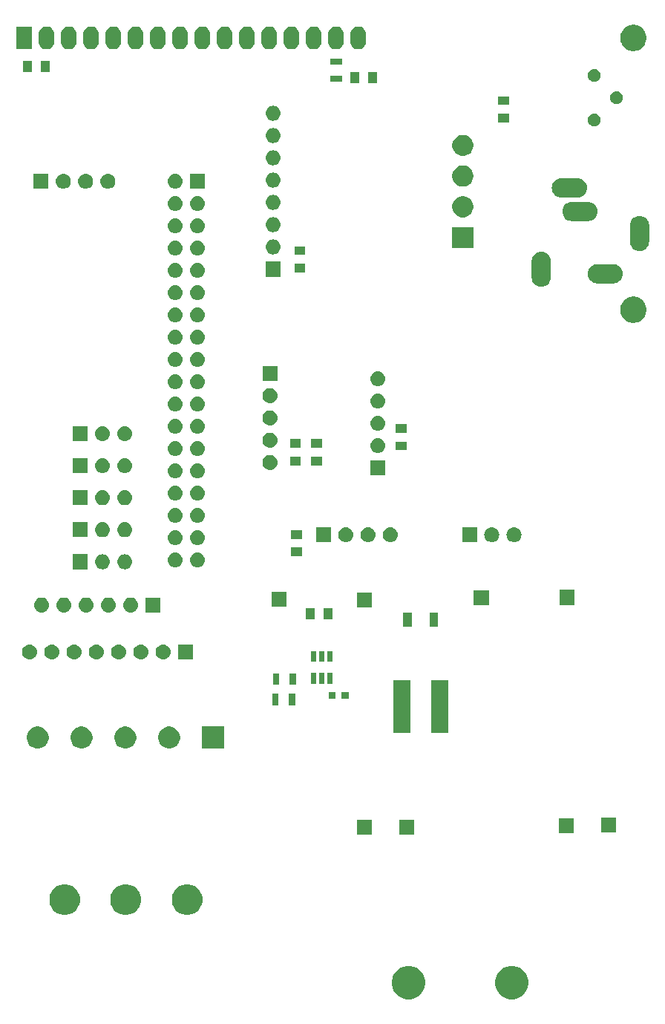
<source format=gbr>
G04 #@! TF.GenerationSoftware,KiCad,Pcbnew,5.0.2-bee76a0~70~ubuntu18.04.1*
G04 #@! TF.CreationDate,2019-05-13T15:11:37-07:00*
G04 #@! TF.ProjectId,Half_Shield,48616c66-5f53-4686-9965-6c642e6b6963,rev?*
G04 #@! TF.SameCoordinates,Original*
G04 #@! TF.FileFunction,Soldermask,Top*
G04 #@! TF.FilePolarity,Negative*
%FSLAX46Y46*%
G04 Gerber Fmt 4.6, Leading zero omitted, Abs format (unit mm)*
G04 Created by KiCad (PCBNEW 5.0.2-bee76a0~70~ubuntu18.04.1) date Mon 13 May 2019 03:11:37 PM PDT*
%MOMM*%
%LPD*%
G01*
G04 APERTURE LIST*
%ADD10C,0.100000*%
G04 APERTURE END LIST*
D10*
G36*
X165654209Y-141479816D02*
X165999986Y-141623041D01*
X166311182Y-141830976D01*
X166575824Y-142095618D01*
X166783759Y-142406814D01*
X166926984Y-142752591D01*
X167000000Y-143119665D01*
X167000000Y-143493935D01*
X166926984Y-143861009D01*
X166783759Y-144206786D01*
X166575824Y-144517982D01*
X166311182Y-144782624D01*
X165999986Y-144990559D01*
X165654209Y-145133784D01*
X165287135Y-145206800D01*
X164912865Y-145206800D01*
X164545791Y-145133784D01*
X164200014Y-144990559D01*
X163888818Y-144782624D01*
X163624176Y-144517982D01*
X163416241Y-144206786D01*
X163273016Y-143861009D01*
X163200000Y-143493935D01*
X163200000Y-143119665D01*
X163273016Y-142752591D01*
X163416241Y-142406814D01*
X163624176Y-142095618D01*
X163888818Y-141830976D01*
X164200014Y-141623041D01*
X164545791Y-141479816D01*
X164912865Y-141406800D01*
X165287135Y-141406800D01*
X165654209Y-141479816D01*
X165654209Y-141479816D01*
G37*
G36*
X153868609Y-141479816D02*
X154214386Y-141623041D01*
X154525582Y-141830976D01*
X154790224Y-142095618D01*
X154998159Y-142406814D01*
X155141384Y-142752591D01*
X155214400Y-143119665D01*
X155214400Y-143493935D01*
X155141384Y-143861009D01*
X154998159Y-144206786D01*
X154790224Y-144517982D01*
X154525582Y-144782624D01*
X154214386Y-144990559D01*
X153868609Y-145133784D01*
X153501535Y-145206800D01*
X153127265Y-145206800D01*
X152760191Y-145133784D01*
X152414414Y-144990559D01*
X152103218Y-144782624D01*
X151838576Y-144517982D01*
X151630641Y-144206786D01*
X151487416Y-143861009D01*
X151414400Y-143493935D01*
X151414400Y-143119665D01*
X151487416Y-142752591D01*
X151630641Y-142406814D01*
X151838576Y-142095618D01*
X152103218Y-141830976D01*
X152414414Y-141623041D01*
X152760191Y-141479816D01*
X153127265Y-141406800D01*
X153501535Y-141406800D01*
X153868609Y-141479816D01*
X153868609Y-141479816D01*
G37*
G36*
X121566856Y-132175251D02*
X121885336Y-132307170D01*
X122171960Y-132498686D01*
X122415714Y-132742440D01*
X122607230Y-133029064D01*
X122739149Y-133347544D01*
X122806400Y-133685640D01*
X122806400Y-134030360D01*
X122739149Y-134368456D01*
X122607230Y-134686936D01*
X122415714Y-134973560D01*
X122171960Y-135217314D01*
X121885336Y-135408830D01*
X121566856Y-135540749D01*
X121228760Y-135608000D01*
X120884040Y-135608000D01*
X120545944Y-135540749D01*
X120227464Y-135408830D01*
X119940840Y-135217314D01*
X119697086Y-134973560D01*
X119505570Y-134686936D01*
X119373651Y-134368456D01*
X119306400Y-134030360D01*
X119306400Y-133685640D01*
X119373651Y-133347544D01*
X119505570Y-133029064D01*
X119697086Y-132742440D01*
X119940840Y-132498686D01*
X120227464Y-132307170D01*
X120545944Y-132175251D01*
X120884040Y-132108000D01*
X121228760Y-132108000D01*
X121566856Y-132175251D01*
X121566856Y-132175251D01*
G37*
G36*
X114607256Y-132175251D02*
X114925736Y-132307170D01*
X115212360Y-132498686D01*
X115456114Y-132742440D01*
X115647630Y-133029064D01*
X115779549Y-133347544D01*
X115846800Y-133685640D01*
X115846800Y-134030360D01*
X115779549Y-134368456D01*
X115647630Y-134686936D01*
X115456114Y-134973560D01*
X115212360Y-135217314D01*
X114925736Y-135408830D01*
X114607256Y-135540749D01*
X114269160Y-135608000D01*
X113924440Y-135608000D01*
X113586344Y-135540749D01*
X113267864Y-135408830D01*
X112981240Y-135217314D01*
X112737486Y-134973560D01*
X112545970Y-134686936D01*
X112414051Y-134368456D01*
X112346800Y-134030360D01*
X112346800Y-133685640D01*
X112414051Y-133347544D01*
X112545970Y-133029064D01*
X112737486Y-132742440D01*
X112981240Y-132498686D01*
X113267864Y-132307170D01*
X113586344Y-132175251D01*
X113924440Y-132108000D01*
X114269160Y-132108000D01*
X114607256Y-132175251D01*
X114607256Y-132175251D01*
G37*
G36*
X128577256Y-132175251D02*
X128895736Y-132307170D01*
X129182360Y-132498686D01*
X129426114Y-132742440D01*
X129617630Y-133029064D01*
X129749549Y-133347544D01*
X129816800Y-133685640D01*
X129816800Y-134030360D01*
X129749549Y-134368456D01*
X129617630Y-134686936D01*
X129426114Y-134973560D01*
X129182360Y-135217314D01*
X128895736Y-135408830D01*
X128577256Y-135540749D01*
X128239160Y-135608000D01*
X127894440Y-135608000D01*
X127556344Y-135540749D01*
X127237864Y-135408830D01*
X126951240Y-135217314D01*
X126707486Y-134973560D01*
X126515970Y-134686936D01*
X126384051Y-134368456D01*
X126316800Y-134030360D01*
X126316800Y-133685640D01*
X126384051Y-133347544D01*
X126515970Y-133029064D01*
X126707486Y-132742440D01*
X126951240Y-132498686D01*
X127237864Y-132307170D01*
X127556344Y-132175251D01*
X127894440Y-132108000D01*
X128239160Y-132108000D01*
X128577256Y-132175251D01*
X128577256Y-132175251D01*
G37*
G36*
X153960949Y-126468646D02*
X152260949Y-126468646D01*
X152260949Y-124768646D01*
X153960949Y-124768646D01*
X153960949Y-126468646D01*
X153960949Y-126468646D01*
G37*
G36*
X149109549Y-126430546D02*
X147409549Y-126430546D01*
X147409549Y-124730546D01*
X149109549Y-124730546D01*
X149109549Y-126430546D01*
X149109549Y-126430546D01*
G37*
G36*
X172161176Y-126245992D02*
X170461176Y-126245992D01*
X170461176Y-124545992D01*
X172161176Y-124545992D01*
X172161176Y-126245992D01*
X172161176Y-126245992D01*
G37*
G36*
X176987176Y-126233292D02*
X175287176Y-126233292D01*
X175287176Y-124533292D01*
X176987176Y-124533292D01*
X176987176Y-126233292D01*
X176987176Y-126233292D01*
G37*
G36*
X111377812Y-114164837D02*
X111605296Y-114259064D01*
X111810031Y-114395864D01*
X111984136Y-114569969D01*
X112120936Y-114774704D01*
X112215163Y-115002188D01*
X112263200Y-115243685D01*
X112263200Y-115489915D01*
X112215163Y-115731412D01*
X112120936Y-115958896D01*
X111984136Y-116163631D01*
X111810031Y-116337736D01*
X111605296Y-116474536D01*
X111377812Y-116568763D01*
X111136315Y-116616800D01*
X110890085Y-116616800D01*
X110648588Y-116568763D01*
X110421104Y-116474536D01*
X110216369Y-116337736D01*
X110042264Y-116163631D01*
X109905464Y-115958896D01*
X109811237Y-115731412D01*
X109763200Y-115489915D01*
X109763200Y-115243685D01*
X109811237Y-115002188D01*
X109905464Y-114774704D01*
X110042264Y-114569969D01*
X110216369Y-114395864D01*
X110421104Y-114259064D01*
X110648588Y-114164837D01*
X110890085Y-114116800D01*
X111136315Y-114116800D01*
X111377812Y-114164837D01*
X111377812Y-114164837D01*
G37*
G36*
X116377812Y-114164837D02*
X116605296Y-114259064D01*
X116810031Y-114395864D01*
X116984136Y-114569969D01*
X117120936Y-114774704D01*
X117215163Y-115002188D01*
X117263200Y-115243685D01*
X117263200Y-115489915D01*
X117215163Y-115731412D01*
X117120936Y-115958896D01*
X116984136Y-116163631D01*
X116810031Y-116337736D01*
X116605296Y-116474536D01*
X116377812Y-116568763D01*
X116136315Y-116616800D01*
X115890085Y-116616800D01*
X115648588Y-116568763D01*
X115421104Y-116474536D01*
X115216369Y-116337736D01*
X115042264Y-116163631D01*
X114905464Y-115958896D01*
X114811237Y-115731412D01*
X114763200Y-115489915D01*
X114763200Y-115243685D01*
X114811237Y-115002188D01*
X114905464Y-114774704D01*
X115042264Y-114569969D01*
X115216369Y-114395864D01*
X115421104Y-114259064D01*
X115648588Y-114164837D01*
X115890085Y-114116800D01*
X116136315Y-114116800D01*
X116377812Y-114164837D01*
X116377812Y-114164837D01*
G37*
G36*
X121377812Y-114164837D02*
X121605296Y-114259064D01*
X121810031Y-114395864D01*
X121984136Y-114569969D01*
X122120936Y-114774704D01*
X122215163Y-115002188D01*
X122263200Y-115243685D01*
X122263200Y-115489915D01*
X122215163Y-115731412D01*
X122120936Y-115958896D01*
X121984136Y-116163631D01*
X121810031Y-116337736D01*
X121605296Y-116474536D01*
X121377812Y-116568763D01*
X121136315Y-116616800D01*
X120890085Y-116616800D01*
X120648588Y-116568763D01*
X120421104Y-116474536D01*
X120216369Y-116337736D01*
X120042264Y-116163631D01*
X119905464Y-115958896D01*
X119811237Y-115731412D01*
X119763200Y-115489915D01*
X119763200Y-115243685D01*
X119811237Y-115002188D01*
X119905464Y-114774704D01*
X120042264Y-114569969D01*
X120216369Y-114395864D01*
X120421104Y-114259064D01*
X120648588Y-114164837D01*
X120890085Y-114116800D01*
X121136315Y-114116800D01*
X121377812Y-114164837D01*
X121377812Y-114164837D01*
G37*
G36*
X126377812Y-114164837D02*
X126605296Y-114259064D01*
X126810031Y-114395864D01*
X126984136Y-114569969D01*
X127120936Y-114774704D01*
X127215163Y-115002188D01*
X127263200Y-115243685D01*
X127263200Y-115489915D01*
X127215163Y-115731412D01*
X127120936Y-115958896D01*
X126984136Y-116163631D01*
X126810031Y-116337736D01*
X126605296Y-116474536D01*
X126377812Y-116568763D01*
X126136315Y-116616800D01*
X125890085Y-116616800D01*
X125648588Y-116568763D01*
X125421104Y-116474536D01*
X125216369Y-116337736D01*
X125042264Y-116163631D01*
X124905464Y-115958896D01*
X124811237Y-115731412D01*
X124763200Y-115489915D01*
X124763200Y-115243685D01*
X124811237Y-115002188D01*
X124905464Y-114774704D01*
X125042264Y-114569969D01*
X125216369Y-114395864D01*
X125421104Y-114259064D01*
X125648588Y-114164837D01*
X125890085Y-114116800D01*
X126136315Y-114116800D01*
X126377812Y-114164837D01*
X126377812Y-114164837D01*
G37*
G36*
X132263200Y-116616800D02*
X129763200Y-116616800D01*
X129763200Y-114116800D01*
X132263200Y-114116800D01*
X132263200Y-116616800D01*
X132263200Y-116616800D01*
G37*
G36*
X157873700Y-114808000D02*
X155867100Y-114808000D01*
X155867100Y-108813600D01*
X157873700Y-108813600D01*
X157873700Y-114808000D01*
X157873700Y-114808000D01*
G37*
G36*
X153555700Y-114808000D02*
X151549100Y-114808000D01*
X151549100Y-108813600D01*
X153555700Y-108813600D01*
X153555700Y-114808000D01*
X153555700Y-114808000D01*
G37*
G36*
X138490400Y-111698800D02*
X137790400Y-111698800D01*
X137790400Y-110398800D01*
X138490400Y-110398800D01*
X138490400Y-111698800D01*
X138490400Y-111698800D01*
G37*
G36*
X140390400Y-111698800D02*
X139690400Y-111698800D01*
X139690400Y-110398800D01*
X140390400Y-110398800D01*
X140390400Y-111698800D01*
X140390400Y-111698800D01*
G37*
G36*
X145000800Y-110915800D02*
X144200800Y-110915800D01*
X144200800Y-110165800D01*
X145000800Y-110165800D01*
X145000800Y-110915800D01*
X145000800Y-110915800D01*
G37*
G36*
X146500800Y-110915800D02*
X145700800Y-110915800D01*
X145700800Y-110165800D01*
X146500800Y-110165800D01*
X146500800Y-110915800D01*
X146500800Y-110915800D01*
G37*
G36*
X138576800Y-109362000D02*
X137876800Y-109362000D01*
X137876800Y-108062000D01*
X138576800Y-108062000D01*
X138576800Y-109362000D01*
X138576800Y-109362000D01*
G37*
G36*
X140476800Y-109362000D02*
X139776800Y-109362000D01*
X139776800Y-108062000D01*
X140476800Y-108062000D01*
X140476800Y-109362000D01*
X140476800Y-109362000D01*
G37*
G36*
X143718600Y-109256200D02*
X143128600Y-109256200D01*
X143128600Y-108006200D01*
X143718600Y-108006200D01*
X143718600Y-109256200D01*
X143718600Y-109256200D01*
G37*
G36*
X144668600Y-109256200D02*
X144078600Y-109256200D01*
X144078600Y-108006200D01*
X144668600Y-108006200D01*
X144668600Y-109256200D01*
X144668600Y-109256200D01*
G37*
G36*
X142768600Y-109256200D02*
X142178600Y-109256200D01*
X142178600Y-108006200D01*
X142768600Y-108006200D01*
X142768600Y-109256200D01*
X142768600Y-109256200D01*
G37*
G36*
X144668600Y-106746200D02*
X144078600Y-106746200D01*
X144078600Y-105496200D01*
X144668600Y-105496200D01*
X144668600Y-106746200D01*
X144668600Y-106746200D01*
G37*
G36*
X142768600Y-106746200D02*
X142178600Y-106746200D01*
X142178600Y-105496200D01*
X142768600Y-105496200D01*
X142768600Y-106746200D01*
X142768600Y-106746200D01*
G37*
G36*
X143718600Y-106746200D02*
X143128600Y-106746200D01*
X143128600Y-105496200D01*
X143718600Y-105496200D01*
X143718600Y-106746200D01*
X143718600Y-106746200D01*
G37*
G36*
X120410230Y-104775499D02*
X120570455Y-104824103D01*
X120718120Y-104903031D01*
X120847549Y-105009251D01*
X120953769Y-105138680D01*
X121032697Y-105286345D01*
X121081301Y-105446570D01*
X121097712Y-105613200D01*
X121081301Y-105779830D01*
X121032697Y-105940055D01*
X120953769Y-106087720D01*
X120847549Y-106217149D01*
X120718120Y-106323369D01*
X120570455Y-106402297D01*
X120410230Y-106450901D01*
X120285352Y-106463200D01*
X120201848Y-106463200D01*
X120076970Y-106450901D01*
X119916745Y-106402297D01*
X119769080Y-106323369D01*
X119639651Y-106217149D01*
X119533431Y-106087720D01*
X119454503Y-105940055D01*
X119405899Y-105779830D01*
X119389488Y-105613200D01*
X119405899Y-105446570D01*
X119454503Y-105286345D01*
X119533431Y-105138680D01*
X119639651Y-105009251D01*
X119769080Y-104903031D01*
X119916745Y-104824103D01*
X120076970Y-104775499D01*
X120201848Y-104763200D01*
X120285352Y-104763200D01*
X120410230Y-104775499D01*
X120410230Y-104775499D01*
G37*
G36*
X128713600Y-106463200D02*
X127013600Y-106463200D01*
X127013600Y-104763200D01*
X128713600Y-104763200D01*
X128713600Y-106463200D01*
X128713600Y-106463200D01*
G37*
G36*
X125490230Y-104775499D02*
X125650455Y-104824103D01*
X125798120Y-104903031D01*
X125927549Y-105009251D01*
X126033769Y-105138680D01*
X126112697Y-105286345D01*
X126161301Y-105446570D01*
X126177712Y-105613200D01*
X126161301Y-105779830D01*
X126112697Y-105940055D01*
X126033769Y-106087720D01*
X125927549Y-106217149D01*
X125798120Y-106323369D01*
X125650455Y-106402297D01*
X125490230Y-106450901D01*
X125365352Y-106463200D01*
X125281848Y-106463200D01*
X125156970Y-106450901D01*
X124996745Y-106402297D01*
X124849080Y-106323369D01*
X124719651Y-106217149D01*
X124613431Y-106087720D01*
X124534503Y-105940055D01*
X124485899Y-105779830D01*
X124469488Y-105613200D01*
X124485899Y-105446570D01*
X124534503Y-105286345D01*
X124613431Y-105138680D01*
X124719651Y-105009251D01*
X124849080Y-104903031D01*
X124996745Y-104824103D01*
X125156970Y-104775499D01*
X125281848Y-104763200D01*
X125365352Y-104763200D01*
X125490230Y-104775499D01*
X125490230Y-104775499D01*
G37*
G36*
X122950230Y-104775499D02*
X123110455Y-104824103D01*
X123258120Y-104903031D01*
X123387549Y-105009251D01*
X123493769Y-105138680D01*
X123572697Y-105286345D01*
X123621301Y-105446570D01*
X123637712Y-105613200D01*
X123621301Y-105779830D01*
X123572697Y-105940055D01*
X123493769Y-106087720D01*
X123387549Y-106217149D01*
X123258120Y-106323369D01*
X123110455Y-106402297D01*
X122950230Y-106450901D01*
X122825352Y-106463200D01*
X122741848Y-106463200D01*
X122616970Y-106450901D01*
X122456745Y-106402297D01*
X122309080Y-106323369D01*
X122179651Y-106217149D01*
X122073431Y-106087720D01*
X121994503Y-105940055D01*
X121945899Y-105779830D01*
X121929488Y-105613200D01*
X121945899Y-105446570D01*
X121994503Y-105286345D01*
X122073431Y-105138680D01*
X122179651Y-105009251D01*
X122309080Y-104903031D01*
X122456745Y-104824103D01*
X122616970Y-104775499D01*
X122741848Y-104763200D01*
X122825352Y-104763200D01*
X122950230Y-104775499D01*
X122950230Y-104775499D01*
G37*
G36*
X117870230Y-104775499D02*
X118030455Y-104824103D01*
X118178120Y-104903031D01*
X118307549Y-105009251D01*
X118413769Y-105138680D01*
X118492697Y-105286345D01*
X118541301Y-105446570D01*
X118557712Y-105613200D01*
X118541301Y-105779830D01*
X118492697Y-105940055D01*
X118413769Y-106087720D01*
X118307549Y-106217149D01*
X118178120Y-106323369D01*
X118030455Y-106402297D01*
X117870230Y-106450901D01*
X117745352Y-106463200D01*
X117661848Y-106463200D01*
X117536970Y-106450901D01*
X117376745Y-106402297D01*
X117229080Y-106323369D01*
X117099651Y-106217149D01*
X116993431Y-106087720D01*
X116914503Y-105940055D01*
X116865899Y-105779830D01*
X116849488Y-105613200D01*
X116865899Y-105446570D01*
X116914503Y-105286345D01*
X116993431Y-105138680D01*
X117099651Y-105009251D01*
X117229080Y-104903031D01*
X117376745Y-104824103D01*
X117536970Y-104775499D01*
X117661848Y-104763200D01*
X117745352Y-104763200D01*
X117870230Y-104775499D01*
X117870230Y-104775499D01*
G37*
G36*
X115330230Y-104775499D02*
X115490455Y-104824103D01*
X115638120Y-104903031D01*
X115767549Y-105009251D01*
X115873769Y-105138680D01*
X115952697Y-105286345D01*
X116001301Y-105446570D01*
X116017712Y-105613200D01*
X116001301Y-105779830D01*
X115952697Y-105940055D01*
X115873769Y-106087720D01*
X115767549Y-106217149D01*
X115638120Y-106323369D01*
X115490455Y-106402297D01*
X115330230Y-106450901D01*
X115205352Y-106463200D01*
X115121848Y-106463200D01*
X114996970Y-106450901D01*
X114836745Y-106402297D01*
X114689080Y-106323369D01*
X114559651Y-106217149D01*
X114453431Y-106087720D01*
X114374503Y-105940055D01*
X114325899Y-105779830D01*
X114309488Y-105613200D01*
X114325899Y-105446570D01*
X114374503Y-105286345D01*
X114453431Y-105138680D01*
X114559651Y-105009251D01*
X114689080Y-104903031D01*
X114836745Y-104824103D01*
X114996970Y-104775499D01*
X115121848Y-104763200D01*
X115205352Y-104763200D01*
X115330230Y-104775499D01*
X115330230Y-104775499D01*
G37*
G36*
X110250230Y-104775499D02*
X110410455Y-104824103D01*
X110558120Y-104903031D01*
X110687549Y-105009251D01*
X110793769Y-105138680D01*
X110872697Y-105286345D01*
X110921301Y-105446570D01*
X110937712Y-105613200D01*
X110921301Y-105779830D01*
X110872697Y-105940055D01*
X110793769Y-106087720D01*
X110687549Y-106217149D01*
X110558120Y-106323369D01*
X110410455Y-106402297D01*
X110250230Y-106450901D01*
X110125352Y-106463200D01*
X110041848Y-106463200D01*
X109916970Y-106450901D01*
X109756745Y-106402297D01*
X109609080Y-106323369D01*
X109479651Y-106217149D01*
X109373431Y-106087720D01*
X109294503Y-105940055D01*
X109245899Y-105779830D01*
X109229488Y-105613200D01*
X109245899Y-105446570D01*
X109294503Y-105286345D01*
X109373431Y-105138680D01*
X109479651Y-105009251D01*
X109609080Y-104903031D01*
X109756745Y-104824103D01*
X109916970Y-104775499D01*
X110041848Y-104763200D01*
X110125352Y-104763200D01*
X110250230Y-104775499D01*
X110250230Y-104775499D01*
G37*
G36*
X112790230Y-104775499D02*
X112950455Y-104824103D01*
X113098120Y-104903031D01*
X113227549Y-105009251D01*
X113333769Y-105138680D01*
X113412697Y-105286345D01*
X113461301Y-105446570D01*
X113477712Y-105613200D01*
X113461301Y-105779830D01*
X113412697Y-105940055D01*
X113333769Y-106087720D01*
X113227549Y-106217149D01*
X113098120Y-106323369D01*
X112950455Y-106402297D01*
X112790230Y-106450901D01*
X112665352Y-106463200D01*
X112581848Y-106463200D01*
X112456970Y-106450901D01*
X112296745Y-106402297D01*
X112149080Y-106323369D01*
X112019651Y-106217149D01*
X111913431Y-106087720D01*
X111834503Y-105940055D01*
X111785899Y-105779830D01*
X111769488Y-105613200D01*
X111785899Y-105446570D01*
X111834503Y-105286345D01*
X111913431Y-105138680D01*
X112019651Y-105009251D01*
X112149080Y-104903031D01*
X112296745Y-104824103D01*
X112456970Y-104775499D01*
X112581848Y-104763200D01*
X112665352Y-104763200D01*
X112790230Y-104775499D01*
X112790230Y-104775499D01*
G37*
G36*
X153710000Y-102704800D02*
X152710000Y-102704800D01*
X152710000Y-101104800D01*
X153710000Y-101104800D01*
X153710000Y-102704800D01*
X153710000Y-102704800D01*
G37*
G36*
X156710000Y-102704800D02*
X155710000Y-102704800D01*
X155710000Y-101104800D01*
X156710000Y-101104800D01*
X156710000Y-102704800D01*
X156710000Y-102704800D01*
G37*
G36*
X144619600Y-101869400D02*
X143619600Y-101869400D01*
X143619600Y-100619400D01*
X144619600Y-100619400D01*
X144619600Y-101869400D01*
X144619600Y-101869400D01*
G37*
G36*
X142619600Y-101869400D02*
X141619600Y-101869400D01*
X141619600Y-100619400D01*
X142619600Y-100619400D01*
X142619600Y-101869400D01*
X142619600Y-101869400D01*
G37*
G36*
X111621830Y-99428799D02*
X111782055Y-99477403D01*
X111929720Y-99556331D01*
X112059149Y-99662551D01*
X112165369Y-99791980D01*
X112244297Y-99939645D01*
X112292901Y-100099870D01*
X112309312Y-100266500D01*
X112292901Y-100433130D01*
X112244297Y-100593355D01*
X112165369Y-100741020D01*
X112059149Y-100870449D01*
X111929720Y-100976669D01*
X111782055Y-101055597D01*
X111621830Y-101104201D01*
X111496952Y-101116500D01*
X111413448Y-101116500D01*
X111288570Y-101104201D01*
X111128345Y-101055597D01*
X110980680Y-100976669D01*
X110851251Y-100870449D01*
X110745031Y-100741020D01*
X110666103Y-100593355D01*
X110617499Y-100433130D01*
X110601088Y-100266500D01*
X110617499Y-100099870D01*
X110666103Y-99939645D01*
X110745031Y-99791980D01*
X110851251Y-99662551D01*
X110980680Y-99556331D01*
X111128345Y-99477403D01*
X111288570Y-99428799D01*
X111413448Y-99416500D01*
X111496952Y-99416500D01*
X111621830Y-99428799D01*
X111621830Y-99428799D01*
G37*
G36*
X121781830Y-99428799D02*
X121942055Y-99477403D01*
X122089720Y-99556331D01*
X122219149Y-99662551D01*
X122325369Y-99791980D01*
X122404297Y-99939645D01*
X122452901Y-100099870D01*
X122469312Y-100266500D01*
X122452901Y-100433130D01*
X122404297Y-100593355D01*
X122325369Y-100741020D01*
X122219149Y-100870449D01*
X122089720Y-100976669D01*
X121942055Y-101055597D01*
X121781830Y-101104201D01*
X121656952Y-101116500D01*
X121573448Y-101116500D01*
X121448570Y-101104201D01*
X121288345Y-101055597D01*
X121140680Y-100976669D01*
X121011251Y-100870449D01*
X120905031Y-100741020D01*
X120826103Y-100593355D01*
X120777499Y-100433130D01*
X120761088Y-100266500D01*
X120777499Y-100099870D01*
X120826103Y-99939645D01*
X120905031Y-99791980D01*
X121011251Y-99662551D01*
X121140680Y-99556331D01*
X121288345Y-99477403D01*
X121448570Y-99428799D01*
X121573448Y-99416500D01*
X121656952Y-99416500D01*
X121781830Y-99428799D01*
X121781830Y-99428799D01*
G37*
G36*
X125005200Y-101116500D02*
X123305200Y-101116500D01*
X123305200Y-99416500D01*
X125005200Y-99416500D01*
X125005200Y-101116500D01*
X125005200Y-101116500D01*
G37*
G36*
X114161830Y-99428799D02*
X114322055Y-99477403D01*
X114469720Y-99556331D01*
X114599149Y-99662551D01*
X114705369Y-99791980D01*
X114784297Y-99939645D01*
X114832901Y-100099870D01*
X114849312Y-100266500D01*
X114832901Y-100433130D01*
X114784297Y-100593355D01*
X114705369Y-100741020D01*
X114599149Y-100870449D01*
X114469720Y-100976669D01*
X114322055Y-101055597D01*
X114161830Y-101104201D01*
X114036952Y-101116500D01*
X113953448Y-101116500D01*
X113828570Y-101104201D01*
X113668345Y-101055597D01*
X113520680Y-100976669D01*
X113391251Y-100870449D01*
X113285031Y-100741020D01*
X113206103Y-100593355D01*
X113157499Y-100433130D01*
X113141088Y-100266500D01*
X113157499Y-100099870D01*
X113206103Y-99939645D01*
X113285031Y-99791980D01*
X113391251Y-99662551D01*
X113520680Y-99556331D01*
X113668345Y-99477403D01*
X113828570Y-99428799D01*
X113953448Y-99416500D01*
X114036952Y-99416500D01*
X114161830Y-99428799D01*
X114161830Y-99428799D01*
G37*
G36*
X116701830Y-99428799D02*
X116862055Y-99477403D01*
X117009720Y-99556331D01*
X117139149Y-99662551D01*
X117245369Y-99791980D01*
X117324297Y-99939645D01*
X117372901Y-100099870D01*
X117389312Y-100266500D01*
X117372901Y-100433130D01*
X117324297Y-100593355D01*
X117245369Y-100741020D01*
X117139149Y-100870449D01*
X117009720Y-100976669D01*
X116862055Y-101055597D01*
X116701830Y-101104201D01*
X116576952Y-101116500D01*
X116493448Y-101116500D01*
X116368570Y-101104201D01*
X116208345Y-101055597D01*
X116060680Y-100976669D01*
X115931251Y-100870449D01*
X115825031Y-100741020D01*
X115746103Y-100593355D01*
X115697499Y-100433130D01*
X115681088Y-100266500D01*
X115697499Y-100099870D01*
X115746103Y-99939645D01*
X115825031Y-99791980D01*
X115931251Y-99662551D01*
X116060680Y-99556331D01*
X116208345Y-99477403D01*
X116368570Y-99428799D01*
X116493448Y-99416500D01*
X116576952Y-99416500D01*
X116701830Y-99428799D01*
X116701830Y-99428799D01*
G37*
G36*
X119241830Y-99428799D02*
X119402055Y-99477403D01*
X119549720Y-99556331D01*
X119679149Y-99662551D01*
X119785369Y-99791980D01*
X119864297Y-99939645D01*
X119912901Y-100099870D01*
X119929312Y-100266500D01*
X119912901Y-100433130D01*
X119864297Y-100593355D01*
X119785369Y-100741020D01*
X119679149Y-100870449D01*
X119549720Y-100976669D01*
X119402055Y-101055597D01*
X119241830Y-101104201D01*
X119116952Y-101116500D01*
X119033448Y-101116500D01*
X118908570Y-101104201D01*
X118748345Y-101055597D01*
X118600680Y-100976669D01*
X118471251Y-100870449D01*
X118365031Y-100741020D01*
X118286103Y-100593355D01*
X118237499Y-100433130D01*
X118221088Y-100266500D01*
X118237499Y-100099870D01*
X118286103Y-99939645D01*
X118365031Y-99791980D01*
X118471251Y-99662551D01*
X118600680Y-99556331D01*
X118748345Y-99477403D01*
X118908570Y-99428799D01*
X119033448Y-99416500D01*
X119116952Y-99416500D01*
X119241830Y-99428799D01*
X119241830Y-99428799D01*
G37*
G36*
X149173049Y-100509846D02*
X147473049Y-100509846D01*
X147473049Y-98809846D01*
X149173049Y-98809846D01*
X149173049Y-100509846D01*
X149173049Y-100509846D01*
G37*
G36*
X139432400Y-100468800D02*
X137732400Y-100468800D01*
X137732400Y-98768800D01*
X139432400Y-98768800D01*
X139432400Y-100468800D01*
X139432400Y-100468800D01*
G37*
G36*
X162471076Y-100299892D02*
X160771076Y-100299892D01*
X160771076Y-98599892D01*
X162471076Y-98599892D01*
X162471076Y-100299892D01*
X162471076Y-100299892D01*
G37*
G36*
X172250076Y-100249092D02*
X170550076Y-100249092D01*
X170550076Y-98549092D01*
X172250076Y-98549092D01*
X172250076Y-100249092D01*
X172250076Y-100249092D01*
G37*
G36*
X121112788Y-94495259D02*
X121273013Y-94543863D01*
X121420678Y-94622791D01*
X121550107Y-94729011D01*
X121656327Y-94858440D01*
X121735255Y-95006105D01*
X121783859Y-95166330D01*
X121800270Y-95332960D01*
X121783859Y-95499590D01*
X121735255Y-95659815D01*
X121656327Y-95807480D01*
X121550107Y-95936909D01*
X121420678Y-96043129D01*
X121273013Y-96122057D01*
X121112788Y-96170661D01*
X120987910Y-96182960D01*
X120904406Y-96182960D01*
X120779528Y-96170661D01*
X120619303Y-96122057D01*
X120471638Y-96043129D01*
X120342209Y-95936909D01*
X120235989Y-95807480D01*
X120157061Y-95659815D01*
X120108457Y-95499590D01*
X120092046Y-95332960D01*
X120108457Y-95166330D01*
X120157061Y-95006105D01*
X120235989Y-94858440D01*
X120342209Y-94729011D01*
X120471638Y-94622791D01*
X120619303Y-94543863D01*
X120779528Y-94495259D01*
X120904406Y-94482960D01*
X120987910Y-94482960D01*
X121112788Y-94495259D01*
X121112788Y-94495259D01*
G37*
G36*
X118572788Y-94495259D02*
X118733013Y-94543863D01*
X118880678Y-94622791D01*
X119010107Y-94729011D01*
X119116327Y-94858440D01*
X119195255Y-95006105D01*
X119243859Y-95166330D01*
X119260270Y-95332960D01*
X119243859Y-95499590D01*
X119195255Y-95659815D01*
X119116327Y-95807480D01*
X119010107Y-95936909D01*
X118880678Y-96043129D01*
X118733013Y-96122057D01*
X118572788Y-96170661D01*
X118447910Y-96182960D01*
X118364406Y-96182960D01*
X118239528Y-96170661D01*
X118079303Y-96122057D01*
X117931638Y-96043129D01*
X117802209Y-95936909D01*
X117695989Y-95807480D01*
X117617061Y-95659815D01*
X117568457Y-95499590D01*
X117552046Y-95332960D01*
X117568457Y-95166330D01*
X117617061Y-95006105D01*
X117695989Y-94858440D01*
X117802209Y-94729011D01*
X117931638Y-94622791D01*
X118079303Y-94543863D01*
X118239528Y-94495259D01*
X118364406Y-94482960D01*
X118447910Y-94482960D01*
X118572788Y-94495259D01*
X118572788Y-94495259D01*
G37*
G36*
X116716158Y-96182960D02*
X115016158Y-96182960D01*
X115016158Y-94482960D01*
X116716158Y-94482960D01*
X116716158Y-96182960D01*
X116716158Y-96182960D01*
G37*
G36*
X126861830Y-94297999D02*
X127022055Y-94346603D01*
X127169720Y-94425531D01*
X127299149Y-94531751D01*
X127405369Y-94661180D01*
X127484297Y-94808845D01*
X127532901Y-94969070D01*
X127549312Y-95135700D01*
X127532901Y-95302330D01*
X127484297Y-95462555D01*
X127405369Y-95610220D01*
X127299149Y-95739649D01*
X127169720Y-95845869D01*
X127022055Y-95924797D01*
X126861830Y-95973401D01*
X126736952Y-95985700D01*
X126653448Y-95985700D01*
X126528570Y-95973401D01*
X126368345Y-95924797D01*
X126220680Y-95845869D01*
X126091251Y-95739649D01*
X125985031Y-95610220D01*
X125906103Y-95462555D01*
X125857499Y-95302330D01*
X125841088Y-95135700D01*
X125857499Y-94969070D01*
X125906103Y-94808845D01*
X125985031Y-94661180D01*
X126091251Y-94531751D01*
X126220680Y-94425531D01*
X126368345Y-94346603D01*
X126528570Y-94297999D01*
X126653448Y-94285700D01*
X126736952Y-94285700D01*
X126861830Y-94297999D01*
X126861830Y-94297999D01*
G37*
G36*
X129401830Y-94297999D02*
X129562055Y-94346603D01*
X129709720Y-94425531D01*
X129839149Y-94531751D01*
X129945369Y-94661180D01*
X130024297Y-94808845D01*
X130072901Y-94969070D01*
X130089312Y-95135700D01*
X130072901Y-95302330D01*
X130024297Y-95462555D01*
X129945369Y-95610220D01*
X129839149Y-95739649D01*
X129709720Y-95845869D01*
X129562055Y-95924797D01*
X129401830Y-95973401D01*
X129276952Y-95985700D01*
X129193448Y-95985700D01*
X129068570Y-95973401D01*
X128908345Y-95924797D01*
X128760680Y-95845869D01*
X128631251Y-95739649D01*
X128525031Y-95610220D01*
X128446103Y-95462555D01*
X128397499Y-95302330D01*
X128381088Y-95135700D01*
X128397499Y-94969070D01*
X128446103Y-94808845D01*
X128525031Y-94661180D01*
X128631251Y-94531751D01*
X128760680Y-94425531D01*
X128908345Y-94346603D01*
X129068570Y-94297999D01*
X129193448Y-94285700D01*
X129276952Y-94285700D01*
X129401830Y-94297999D01*
X129401830Y-94297999D01*
G37*
G36*
X141188600Y-94718000D02*
X139938600Y-94718000D01*
X139938600Y-93718000D01*
X141188600Y-93718000D01*
X141188600Y-94718000D01*
X141188600Y-94718000D01*
G37*
G36*
X129401830Y-91757999D02*
X129562055Y-91806603D01*
X129709720Y-91885531D01*
X129839149Y-91991751D01*
X129945369Y-92121180D01*
X130024297Y-92268845D01*
X130072901Y-92429070D01*
X130089312Y-92595700D01*
X130072901Y-92762330D01*
X130024297Y-92922555D01*
X129945369Y-93070220D01*
X129839149Y-93199649D01*
X129709720Y-93305869D01*
X129562055Y-93384797D01*
X129401830Y-93433401D01*
X129276952Y-93445700D01*
X129193448Y-93445700D01*
X129068570Y-93433401D01*
X128908345Y-93384797D01*
X128760680Y-93305869D01*
X128631251Y-93199649D01*
X128525031Y-93070220D01*
X128446103Y-92922555D01*
X128397499Y-92762330D01*
X128381088Y-92595700D01*
X128397499Y-92429070D01*
X128446103Y-92268845D01*
X128525031Y-92121180D01*
X128631251Y-91991751D01*
X128760680Y-91885531D01*
X128908345Y-91806603D01*
X129068570Y-91757999D01*
X129193448Y-91745700D01*
X129276952Y-91745700D01*
X129401830Y-91757999D01*
X129401830Y-91757999D01*
G37*
G36*
X126861830Y-91757999D02*
X127022055Y-91806603D01*
X127169720Y-91885531D01*
X127299149Y-91991751D01*
X127405369Y-92121180D01*
X127484297Y-92268845D01*
X127532901Y-92429070D01*
X127549312Y-92595700D01*
X127532901Y-92762330D01*
X127484297Y-92922555D01*
X127405369Y-93070220D01*
X127299149Y-93199649D01*
X127169720Y-93305869D01*
X127022055Y-93384797D01*
X126861830Y-93433401D01*
X126736952Y-93445700D01*
X126653448Y-93445700D01*
X126528570Y-93433401D01*
X126368345Y-93384797D01*
X126220680Y-93305869D01*
X126091251Y-93199649D01*
X125985031Y-93070220D01*
X125906103Y-92922555D01*
X125857499Y-92762330D01*
X125841088Y-92595700D01*
X125857499Y-92429070D01*
X125906103Y-92268845D01*
X125985031Y-92121180D01*
X126091251Y-91991751D01*
X126220680Y-91885531D01*
X126368345Y-91806603D01*
X126528570Y-91757999D01*
X126653448Y-91745700D01*
X126736952Y-91745700D01*
X126861830Y-91757999D01*
X126861830Y-91757999D01*
G37*
G36*
X162980630Y-91415099D02*
X163140855Y-91463703D01*
X163288520Y-91542631D01*
X163417949Y-91648851D01*
X163524169Y-91778280D01*
X163603097Y-91925945D01*
X163651701Y-92086170D01*
X163668112Y-92252800D01*
X163651701Y-92419430D01*
X163603097Y-92579655D01*
X163524169Y-92727320D01*
X163417949Y-92856749D01*
X163288520Y-92962969D01*
X163140855Y-93041897D01*
X162980630Y-93090501D01*
X162855752Y-93102800D01*
X162772248Y-93102800D01*
X162647370Y-93090501D01*
X162487145Y-93041897D01*
X162339480Y-92962969D01*
X162210051Y-92856749D01*
X162103831Y-92727320D01*
X162024903Y-92579655D01*
X161976299Y-92419430D01*
X161959888Y-92252800D01*
X161976299Y-92086170D01*
X162024903Y-91925945D01*
X162103831Y-91778280D01*
X162210051Y-91648851D01*
X162339480Y-91542631D01*
X162487145Y-91463703D01*
X162647370Y-91415099D01*
X162772248Y-91402800D01*
X162855752Y-91402800D01*
X162980630Y-91415099D01*
X162980630Y-91415099D01*
G37*
G36*
X161124000Y-93102800D02*
X159424000Y-93102800D01*
X159424000Y-91402800D01*
X161124000Y-91402800D01*
X161124000Y-93102800D01*
X161124000Y-93102800D01*
G37*
G36*
X151398230Y-91415099D02*
X151558455Y-91463703D01*
X151706120Y-91542631D01*
X151835549Y-91648851D01*
X151941769Y-91778280D01*
X152020697Y-91925945D01*
X152069301Y-92086170D01*
X152085712Y-92252800D01*
X152069301Y-92419430D01*
X152020697Y-92579655D01*
X151941769Y-92727320D01*
X151835549Y-92856749D01*
X151706120Y-92962969D01*
X151558455Y-93041897D01*
X151398230Y-93090501D01*
X151273352Y-93102800D01*
X151189848Y-93102800D01*
X151064970Y-93090501D01*
X150904745Y-93041897D01*
X150757080Y-92962969D01*
X150627651Y-92856749D01*
X150521431Y-92727320D01*
X150442503Y-92579655D01*
X150393899Y-92419430D01*
X150377488Y-92252800D01*
X150393899Y-92086170D01*
X150442503Y-91925945D01*
X150521431Y-91778280D01*
X150627651Y-91648851D01*
X150757080Y-91542631D01*
X150904745Y-91463703D01*
X151064970Y-91415099D01*
X151189848Y-91402800D01*
X151273352Y-91402800D01*
X151398230Y-91415099D01*
X151398230Y-91415099D01*
G37*
G36*
X148858230Y-91415099D02*
X149018455Y-91463703D01*
X149166120Y-91542631D01*
X149295549Y-91648851D01*
X149401769Y-91778280D01*
X149480697Y-91925945D01*
X149529301Y-92086170D01*
X149545712Y-92252800D01*
X149529301Y-92419430D01*
X149480697Y-92579655D01*
X149401769Y-92727320D01*
X149295549Y-92856749D01*
X149166120Y-92962969D01*
X149018455Y-93041897D01*
X148858230Y-93090501D01*
X148733352Y-93102800D01*
X148649848Y-93102800D01*
X148524970Y-93090501D01*
X148364745Y-93041897D01*
X148217080Y-92962969D01*
X148087651Y-92856749D01*
X147981431Y-92727320D01*
X147902503Y-92579655D01*
X147853899Y-92419430D01*
X147837488Y-92252800D01*
X147853899Y-92086170D01*
X147902503Y-91925945D01*
X147981431Y-91778280D01*
X148087651Y-91648851D01*
X148217080Y-91542631D01*
X148364745Y-91463703D01*
X148524970Y-91415099D01*
X148649848Y-91402800D01*
X148733352Y-91402800D01*
X148858230Y-91415099D01*
X148858230Y-91415099D01*
G37*
G36*
X146318230Y-91415099D02*
X146478455Y-91463703D01*
X146626120Y-91542631D01*
X146755549Y-91648851D01*
X146861769Y-91778280D01*
X146940697Y-91925945D01*
X146989301Y-92086170D01*
X147005712Y-92252800D01*
X146989301Y-92419430D01*
X146940697Y-92579655D01*
X146861769Y-92727320D01*
X146755549Y-92856749D01*
X146626120Y-92962969D01*
X146478455Y-93041897D01*
X146318230Y-93090501D01*
X146193352Y-93102800D01*
X146109848Y-93102800D01*
X145984970Y-93090501D01*
X145824745Y-93041897D01*
X145677080Y-92962969D01*
X145547651Y-92856749D01*
X145441431Y-92727320D01*
X145362503Y-92579655D01*
X145313899Y-92419430D01*
X145297488Y-92252800D01*
X145313899Y-92086170D01*
X145362503Y-91925945D01*
X145441431Y-91778280D01*
X145547651Y-91648851D01*
X145677080Y-91542631D01*
X145824745Y-91463703D01*
X145984970Y-91415099D01*
X146109848Y-91402800D01*
X146193352Y-91402800D01*
X146318230Y-91415099D01*
X146318230Y-91415099D01*
G37*
G36*
X144461600Y-93102800D02*
X142761600Y-93102800D01*
X142761600Y-91402800D01*
X144461600Y-91402800D01*
X144461600Y-93102800D01*
X144461600Y-93102800D01*
G37*
G36*
X165520630Y-91415099D02*
X165680855Y-91463703D01*
X165828520Y-91542631D01*
X165957949Y-91648851D01*
X166064169Y-91778280D01*
X166143097Y-91925945D01*
X166191701Y-92086170D01*
X166208112Y-92252800D01*
X166191701Y-92419430D01*
X166143097Y-92579655D01*
X166064169Y-92727320D01*
X165957949Y-92856749D01*
X165828520Y-92962969D01*
X165680855Y-93041897D01*
X165520630Y-93090501D01*
X165395752Y-93102800D01*
X165312248Y-93102800D01*
X165187370Y-93090501D01*
X165027145Y-93041897D01*
X164879480Y-92962969D01*
X164750051Y-92856749D01*
X164643831Y-92727320D01*
X164564903Y-92579655D01*
X164516299Y-92419430D01*
X164499888Y-92252800D01*
X164516299Y-92086170D01*
X164564903Y-91925945D01*
X164643831Y-91778280D01*
X164750051Y-91648851D01*
X164879480Y-91542631D01*
X165027145Y-91463703D01*
X165187370Y-91415099D01*
X165312248Y-91402800D01*
X165395752Y-91402800D01*
X165520630Y-91415099D01*
X165520630Y-91415099D01*
G37*
G36*
X141188600Y-92718000D02*
X139938600Y-92718000D01*
X139938600Y-91718000D01*
X141188600Y-91718000D01*
X141188600Y-92718000D01*
X141188600Y-92718000D01*
G37*
G36*
X118572788Y-90845259D02*
X118733013Y-90893863D01*
X118880678Y-90972791D01*
X119010107Y-91079011D01*
X119116327Y-91208440D01*
X119195255Y-91356105D01*
X119243859Y-91516330D01*
X119260270Y-91682960D01*
X119243859Y-91849590D01*
X119195255Y-92009815D01*
X119116327Y-92157480D01*
X119010107Y-92286909D01*
X118880678Y-92393129D01*
X118733013Y-92472057D01*
X118572788Y-92520661D01*
X118447910Y-92532960D01*
X118364406Y-92532960D01*
X118239528Y-92520661D01*
X118079303Y-92472057D01*
X117931638Y-92393129D01*
X117802209Y-92286909D01*
X117695989Y-92157480D01*
X117617061Y-92009815D01*
X117568457Y-91849590D01*
X117552046Y-91682960D01*
X117568457Y-91516330D01*
X117617061Y-91356105D01*
X117695989Y-91208440D01*
X117802209Y-91079011D01*
X117931638Y-90972791D01*
X118079303Y-90893863D01*
X118239528Y-90845259D01*
X118364406Y-90832960D01*
X118447910Y-90832960D01*
X118572788Y-90845259D01*
X118572788Y-90845259D01*
G37*
G36*
X121112788Y-90845259D02*
X121273013Y-90893863D01*
X121420678Y-90972791D01*
X121550107Y-91079011D01*
X121656327Y-91208440D01*
X121735255Y-91356105D01*
X121783859Y-91516330D01*
X121800270Y-91682960D01*
X121783859Y-91849590D01*
X121735255Y-92009815D01*
X121656327Y-92157480D01*
X121550107Y-92286909D01*
X121420678Y-92393129D01*
X121273013Y-92472057D01*
X121112788Y-92520661D01*
X120987910Y-92532960D01*
X120904406Y-92532960D01*
X120779528Y-92520661D01*
X120619303Y-92472057D01*
X120471638Y-92393129D01*
X120342209Y-92286909D01*
X120235989Y-92157480D01*
X120157061Y-92009815D01*
X120108457Y-91849590D01*
X120092046Y-91682960D01*
X120108457Y-91516330D01*
X120157061Y-91356105D01*
X120235989Y-91208440D01*
X120342209Y-91079011D01*
X120471638Y-90972791D01*
X120619303Y-90893863D01*
X120779528Y-90845259D01*
X120904406Y-90832960D01*
X120987910Y-90832960D01*
X121112788Y-90845259D01*
X121112788Y-90845259D01*
G37*
G36*
X116716158Y-92532960D02*
X115016158Y-92532960D01*
X115016158Y-90832960D01*
X116716158Y-90832960D01*
X116716158Y-92532960D01*
X116716158Y-92532960D01*
G37*
G36*
X126861830Y-89217999D02*
X127022055Y-89266603D01*
X127169720Y-89345531D01*
X127299149Y-89451751D01*
X127405369Y-89581180D01*
X127484297Y-89728845D01*
X127532901Y-89889070D01*
X127549312Y-90055700D01*
X127532901Y-90222330D01*
X127484297Y-90382555D01*
X127405369Y-90530220D01*
X127299149Y-90659649D01*
X127169720Y-90765869D01*
X127022055Y-90844797D01*
X126861830Y-90893401D01*
X126736952Y-90905700D01*
X126653448Y-90905700D01*
X126528570Y-90893401D01*
X126368345Y-90844797D01*
X126220680Y-90765869D01*
X126091251Y-90659649D01*
X125985031Y-90530220D01*
X125906103Y-90382555D01*
X125857499Y-90222330D01*
X125841088Y-90055700D01*
X125857499Y-89889070D01*
X125906103Y-89728845D01*
X125985031Y-89581180D01*
X126091251Y-89451751D01*
X126220680Y-89345531D01*
X126368345Y-89266603D01*
X126528570Y-89217999D01*
X126653448Y-89205700D01*
X126736952Y-89205700D01*
X126861830Y-89217999D01*
X126861830Y-89217999D01*
G37*
G36*
X129401830Y-89217999D02*
X129562055Y-89266603D01*
X129709720Y-89345531D01*
X129839149Y-89451751D01*
X129945369Y-89581180D01*
X130024297Y-89728845D01*
X130072901Y-89889070D01*
X130089312Y-90055700D01*
X130072901Y-90222330D01*
X130024297Y-90382555D01*
X129945369Y-90530220D01*
X129839149Y-90659649D01*
X129709720Y-90765869D01*
X129562055Y-90844797D01*
X129401830Y-90893401D01*
X129276952Y-90905700D01*
X129193448Y-90905700D01*
X129068570Y-90893401D01*
X128908345Y-90844797D01*
X128760680Y-90765869D01*
X128631251Y-90659649D01*
X128525031Y-90530220D01*
X128446103Y-90382555D01*
X128397499Y-90222330D01*
X128381088Y-90055700D01*
X128397499Y-89889070D01*
X128446103Y-89728845D01*
X128525031Y-89581180D01*
X128631251Y-89451751D01*
X128760680Y-89345531D01*
X128908345Y-89266603D01*
X129068570Y-89217999D01*
X129193448Y-89205700D01*
X129276952Y-89205700D01*
X129401830Y-89217999D01*
X129401830Y-89217999D01*
G37*
G36*
X121112788Y-87195259D02*
X121273013Y-87243863D01*
X121420678Y-87322791D01*
X121550107Y-87429011D01*
X121656327Y-87558440D01*
X121735255Y-87706105D01*
X121783859Y-87866330D01*
X121800270Y-88032960D01*
X121783859Y-88199590D01*
X121735255Y-88359815D01*
X121656327Y-88507480D01*
X121550107Y-88636909D01*
X121420678Y-88743129D01*
X121273013Y-88822057D01*
X121112788Y-88870661D01*
X120987910Y-88882960D01*
X120904406Y-88882960D01*
X120779528Y-88870661D01*
X120619303Y-88822057D01*
X120471638Y-88743129D01*
X120342209Y-88636909D01*
X120235989Y-88507480D01*
X120157061Y-88359815D01*
X120108457Y-88199590D01*
X120092046Y-88032960D01*
X120108457Y-87866330D01*
X120157061Y-87706105D01*
X120235989Y-87558440D01*
X120342209Y-87429011D01*
X120471638Y-87322791D01*
X120619303Y-87243863D01*
X120779528Y-87195259D01*
X120904406Y-87182960D01*
X120987910Y-87182960D01*
X121112788Y-87195259D01*
X121112788Y-87195259D01*
G37*
G36*
X118572788Y-87195259D02*
X118733013Y-87243863D01*
X118880678Y-87322791D01*
X119010107Y-87429011D01*
X119116327Y-87558440D01*
X119195255Y-87706105D01*
X119243859Y-87866330D01*
X119260270Y-88032960D01*
X119243859Y-88199590D01*
X119195255Y-88359815D01*
X119116327Y-88507480D01*
X119010107Y-88636909D01*
X118880678Y-88743129D01*
X118733013Y-88822057D01*
X118572788Y-88870661D01*
X118447910Y-88882960D01*
X118364406Y-88882960D01*
X118239528Y-88870661D01*
X118079303Y-88822057D01*
X117931638Y-88743129D01*
X117802209Y-88636909D01*
X117695989Y-88507480D01*
X117617061Y-88359815D01*
X117568457Y-88199590D01*
X117552046Y-88032960D01*
X117568457Y-87866330D01*
X117617061Y-87706105D01*
X117695989Y-87558440D01*
X117802209Y-87429011D01*
X117931638Y-87322791D01*
X118079303Y-87243863D01*
X118239528Y-87195259D01*
X118364406Y-87182960D01*
X118447910Y-87182960D01*
X118572788Y-87195259D01*
X118572788Y-87195259D01*
G37*
G36*
X116716158Y-88882960D02*
X115016158Y-88882960D01*
X115016158Y-87182960D01*
X116716158Y-87182960D01*
X116716158Y-88882960D01*
X116716158Y-88882960D01*
G37*
G36*
X126861830Y-86677999D02*
X127022055Y-86726603D01*
X127169720Y-86805531D01*
X127299149Y-86911751D01*
X127405369Y-87041180D01*
X127484297Y-87188845D01*
X127532901Y-87349070D01*
X127549312Y-87515700D01*
X127532901Y-87682330D01*
X127484297Y-87842555D01*
X127405369Y-87990220D01*
X127299149Y-88119649D01*
X127169720Y-88225869D01*
X127022055Y-88304797D01*
X126861830Y-88353401D01*
X126736952Y-88365700D01*
X126653448Y-88365700D01*
X126528570Y-88353401D01*
X126368345Y-88304797D01*
X126220680Y-88225869D01*
X126091251Y-88119649D01*
X125985031Y-87990220D01*
X125906103Y-87842555D01*
X125857499Y-87682330D01*
X125841088Y-87515700D01*
X125857499Y-87349070D01*
X125906103Y-87188845D01*
X125985031Y-87041180D01*
X126091251Y-86911751D01*
X126220680Y-86805531D01*
X126368345Y-86726603D01*
X126528570Y-86677999D01*
X126653448Y-86665700D01*
X126736952Y-86665700D01*
X126861830Y-86677999D01*
X126861830Y-86677999D01*
G37*
G36*
X129401830Y-86677999D02*
X129562055Y-86726603D01*
X129709720Y-86805531D01*
X129839149Y-86911751D01*
X129945369Y-87041180D01*
X130024297Y-87188845D01*
X130072901Y-87349070D01*
X130089312Y-87515700D01*
X130072901Y-87682330D01*
X130024297Y-87842555D01*
X129945369Y-87990220D01*
X129839149Y-88119649D01*
X129709720Y-88225869D01*
X129562055Y-88304797D01*
X129401830Y-88353401D01*
X129276952Y-88365700D01*
X129193448Y-88365700D01*
X129068570Y-88353401D01*
X128908345Y-88304797D01*
X128760680Y-88225869D01*
X128631251Y-88119649D01*
X128525031Y-87990220D01*
X128446103Y-87842555D01*
X128397499Y-87682330D01*
X128381088Y-87515700D01*
X128397499Y-87349070D01*
X128446103Y-87188845D01*
X128525031Y-87041180D01*
X128631251Y-86911751D01*
X128760680Y-86805531D01*
X128908345Y-86726603D01*
X129068570Y-86677999D01*
X129193448Y-86665700D01*
X129276952Y-86665700D01*
X129401830Y-86677999D01*
X129401830Y-86677999D01*
G37*
G36*
X129401830Y-84137999D02*
X129562055Y-84186603D01*
X129709720Y-84265531D01*
X129839149Y-84371751D01*
X129945369Y-84501180D01*
X130024297Y-84648845D01*
X130072901Y-84809070D01*
X130089312Y-84975700D01*
X130072901Y-85142330D01*
X130024297Y-85302555D01*
X129945369Y-85450220D01*
X129839149Y-85579649D01*
X129709720Y-85685869D01*
X129562055Y-85764797D01*
X129401830Y-85813401D01*
X129276952Y-85825700D01*
X129193448Y-85825700D01*
X129068570Y-85813401D01*
X128908345Y-85764797D01*
X128760680Y-85685869D01*
X128631251Y-85579649D01*
X128525031Y-85450220D01*
X128446103Y-85302555D01*
X128397499Y-85142330D01*
X128381088Y-84975700D01*
X128397499Y-84809070D01*
X128446103Y-84648845D01*
X128525031Y-84501180D01*
X128631251Y-84371751D01*
X128760680Y-84265531D01*
X128908345Y-84186603D01*
X129068570Y-84137999D01*
X129193448Y-84125700D01*
X129276952Y-84125700D01*
X129401830Y-84137999D01*
X129401830Y-84137999D01*
G37*
G36*
X126861830Y-84137999D02*
X127022055Y-84186603D01*
X127169720Y-84265531D01*
X127299149Y-84371751D01*
X127405369Y-84501180D01*
X127484297Y-84648845D01*
X127532901Y-84809070D01*
X127549312Y-84975700D01*
X127532901Y-85142330D01*
X127484297Y-85302555D01*
X127405369Y-85450220D01*
X127299149Y-85579649D01*
X127169720Y-85685869D01*
X127022055Y-85764797D01*
X126861830Y-85813401D01*
X126736952Y-85825700D01*
X126653448Y-85825700D01*
X126528570Y-85813401D01*
X126368345Y-85764797D01*
X126220680Y-85685869D01*
X126091251Y-85579649D01*
X125985031Y-85450220D01*
X125906103Y-85302555D01*
X125857499Y-85142330D01*
X125841088Y-84975700D01*
X125857499Y-84809070D01*
X125906103Y-84648845D01*
X125985031Y-84501180D01*
X126091251Y-84371751D01*
X126220680Y-84265531D01*
X126368345Y-84186603D01*
X126528570Y-84137999D01*
X126653448Y-84125700D01*
X126736952Y-84125700D01*
X126861830Y-84137999D01*
X126861830Y-84137999D01*
G37*
G36*
X150659200Y-85482800D02*
X148959200Y-85482800D01*
X148959200Y-83782800D01*
X150659200Y-83782800D01*
X150659200Y-85482800D01*
X150659200Y-85482800D01*
G37*
G36*
X121112788Y-83545259D02*
X121273013Y-83593863D01*
X121420678Y-83672791D01*
X121550107Y-83779011D01*
X121656327Y-83908440D01*
X121735255Y-84056105D01*
X121783859Y-84216330D01*
X121800270Y-84382960D01*
X121783859Y-84549590D01*
X121735255Y-84709815D01*
X121656327Y-84857480D01*
X121550107Y-84986909D01*
X121420678Y-85093129D01*
X121273013Y-85172057D01*
X121112788Y-85220661D01*
X120987910Y-85232960D01*
X120904406Y-85232960D01*
X120779528Y-85220661D01*
X120619303Y-85172057D01*
X120471638Y-85093129D01*
X120342209Y-84986909D01*
X120235989Y-84857480D01*
X120157061Y-84709815D01*
X120108457Y-84549590D01*
X120092046Y-84382960D01*
X120108457Y-84216330D01*
X120157061Y-84056105D01*
X120235989Y-83908440D01*
X120342209Y-83779011D01*
X120471638Y-83672791D01*
X120619303Y-83593863D01*
X120779528Y-83545259D01*
X120904406Y-83532960D01*
X120987910Y-83532960D01*
X121112788Y-83545259D01*
X121112788Y-83545259D01*
G37*
G36*
X118572788Y-83545259D02*
X118733013Y-83593863D01*
X118880678Y-83672791D01*
X119010107Y-83779011D01*
X119116327Y-83908440D01*
X119195255Y-84056105D01*
X119243859Y-84216330D01*
X119260270Y-84382960D01*
X119243859Y-84549590D01*
X119195255Y-84709815D01*
X119116327Y-84857480D01*
X119010107Y-84986909D01*
X118880678Y-85093129D01*
X118733013Y-85172057D01*
X118572788Y-85220661D01*
X118447910Y-85232960D01*
X118364406Y-85232960D01*
X118239528Y-85220661D01*
X118079303Y-85172057D01*
X117931638Y-85093129D01*
X117802209Y-84986909D01*
X117695989Y-84857480D01*
X117617061Y-84709815D01*
X117568457Y-84549590D01*
X117552046Y-84382960D01*
X117568457Y-84216330D01*
X117617061Y-84056105D01*
X117695989Y-83908440D01*
X117802209Y-83779011D01*
X117931638Y-83672791D01*
X118079303Y-83593863D01*
X118239528Y-83545259D01*
X118364406Y-83532960D01*
X118447910Y-83532960D01*
X118572788Y-83545259D01*
X118572788Y-83545259D01*
G37*
G36*
X116716158Y-85232960D02*
X115016158Y-85232960D01*
X115016158Y-83532960D01*
X116716158Y-83532960D01*
X116716158Y-85232960D01*
X116716158Y-85232960D01*
G37*
G36*
X137682230Y-83172799D02*
X137842455Y-83221403D01*
X137990120Y-83300331D01*
X138119549Y-83406551D01*
X138225769Y-83535980D01*
X138304697Y-83683645D01*
X138353301Y-83843870D01*
X138369712Y-84010500D01*
X138353301Y-84177130D01*
X138304697Y-84337355D01*
X138225769Y-84485020D01*
X138119549Y-84614449D01*
X137990120Y-84720669D01*
X137842455Y-84799597D01*
X137682230Y-84848201D01*
X137557352Y-84860500D01*
X137473848Y-84860500D01*
X137348970Y-84848201D01*
X137188745Y-84799597D01*
X137041080Y-84720669D01*
X136911651Y-84614449D01*
X136805431Y-84485020D01*
X136726503Y-84337355D01*
X136677899Y-84177130D01*
X136661488Y-84010500D01*
X136677899Y-83843870D01*
X136726503Y-83683645D01*
X136805431Y-83535980D01*
X136911651Y-83406551D01*
X137041080Y-83300331D01*
X137188745Y-83221403D01*
X137348970Y-83172799D01*
X137473848Y-83160500D01*
X137557352Y-83160500D01*
X137682230Y-83172799D01*
X137682230Y-83172799D01*
G37*
G36*
X143434661Y-84331708D02*
X142184661Y-84331708D01*
X142184661Y-83331708D01*
X143434661Y-83331708D01*
X143434661Y-84331708D01*
X143434661Y-84331708D01*
G37*
G36*
X141047061Y-84327708D02*
X139797061Y-84327708D01*
X139797061Y-83327708D01*
X141047061Y-83327708D01*
X141047061Y-84327708D01*
X141047061Y-84327708D01*
G37*
G36*
X129401830Y-81597999D02*
X129562055Y-81646603D01*
X129709720Y-81725531D01*
X129839149Y-81831751D01*
X129945369Y-81961180D01*
X130024297Y-82108845D01*
X130072901Y-82269070D01*
X130089312Y-82435700D01*
X130072901Y-82602330D01*
X130024297Y-82762555D01*
X129945369Y-82910220D01*
X129839149Y-83039649D01*
X129709720Y-83145869D01*
X129562055Y-83224797D01*
X129401830Y-83273401D01*
X129276952Y-83285700D01*
X129193448Y-83285700D01*
X129068570Y-83273401D01*
X128908345Y-83224797D01*
X128760680Y-83145869D01*
X128631251Y-83039649D01*
X128525031Y-82910220D01*
X128446103Y-82762555D01*
X128397499Y-82602330D01*
X128381088Y-82435700D01*
X128397499Y-82269070D01*
X128446103Y-82108845D01*
X128525031Y-81961180D01*
X128631251Y-81831751D01*
X128760680Y-81725531D01*
X128908345Y-81646603D01*
X129068570Y-81597999D01*
X129193448Y-81585700D01*
X129276952Y-81585700D01*
X129401830Y-81597999D01*
X129401830Y-81597999D01*
G37*
G36*
X126861830Y-81597999D02*
X127022055Y-81646603D01*
X127169720Y-81725531D01*
X127299149Y-81831751D01*
X127405369Y-81961180D01*
X127484297Y-82108845D01*
X127532901Y-82269070D01*
X127549312Y-82435700D01*
X127532901Y-82602330D01*
X127484297Y-82762555D01*
X127405369Y-82910220D01*
X127299149Y-83039649D01*
X127169720Y-83145869D01*
X127022055Y-83224797D01*
X126861830Y-83273401D01*
X126736952Y-83285700D01*
X126653448Y-83285700D01*
X126528570Y-83273401D01*
X126368345Y-83224797D01*
X126220680Y-83145869D01*
X126091251Y-83039649D01*
X125985031Y-82910220D01*
X125906103Y-82762555D01*
X125857499Y-82602330D01*
X125841088Y-82435700D01*
X125857499Y-82269070D01*
X125906103Y-82108845D01*
X125985031Y-81961180D01*
X126091251Y-81831751D01*
X126220680Y-81725531D01*
X126368345Y-81646603D01*
X126528570Y-81597999D01*
X126653448Y-81585700D01*
X126736952Y-81585700D01*
X126861830Y-81597999D01*
X126861830Y-81597999D01*
G37*
G36*
X149975830Y-81255099D02*
X150136055Y-81303703D01*
X150283720Y-81382631D01*
X150413149Y-81488851D01*
X150519369Y-81618280D01*
X150598297Y-81765945D01*
X150646901Y-81926170D01*
X150663312Y-82092800D01*
X150646901Y-82259430D01*
X150598297Y-82419655D01*
X150519369Y-82567320D01*
X150413149Y-82696749D01*
X150283720Y-82802969D01*
X150136055Y-82881897D01*
X149975830Y-82930501D01*
X149850952Y-82942800D01*
X149767448Y-82942800D01*
X149642570Y-82930501D01*
X149482345Y-82881897D01*
X149334680Y-82802969D01*
X149205251Y-82696749D01*
X149099031Y-82567320D01*
X149020103Y-82419655D01*
X148971499Y-82259430D01*
X148955088Y-82092800D01*
X148971499Y-81926170D01*
X149020103Y-81765945D01*
X149099031Y-81618280D01*
X149205251Y-81488851D01*
X149334680Y-81382631D01*
X149482345Y-81303703D01*
X149642570Y-81255099D01*
X149767448Y-81242800D01*
X149850952Y-81242800D01*
X149975830Y-81255099D01*
X149975830Y-81255099D01*
G37*
G36*
X153126600Y-82627600D02*
X151876600Y-82627600D01*
X151876600Y-81627600D01*
X153126600Y-81627600D01*
X153126600Y-82627600D01*
X153126600Y-82627600D01*
G37*
G36*
X143434661Y-82331708D02*
X142184661Y-82331708D01*
X142184661Y-81331708D01*
X143434661Y-81331708D01*
X143434661Y-82331708D01*
X143434661Y-82331708D01*
G37*
G36*
X141047061Y-82327708D02*
X139797061Y-82327708D01*
X139797061Y-81327708D01*
X141047061Y-81327708D01*
X141047061Y-82327708D01*
X141047061Y-82327708D01*
G37*
G36*
X137682230Y-80632799D02*
X137842455Y-80681403D01*
X137990120Y-80760331D01*
X138119549Y-80866551D01*
X138225769Y-80995980D01*
X138304697Y-81143645D01*
X138353301Y-81303870D01*
X138369712Y-81470500D01*
X138353301Y-81637130D01*
X138304697Y-81797355D01*
X138225769Y-81945020D01*
X138119549Y-82074449D01*
X137990120Y-82180669D01*
X137842455Y-82259597D01*
X137682230Y-82308201D01*
X137557352Y-82320500D01*
X137473848Y-82320500D01*
X137348970Y-82308201D01*
X137188745Y-82259597D01*
X137041080Y-82180669D01*
X136911651Y-82074449D01*
X136805431Y-81945020D01*
X136726503Y-81797355D01*
X136677899Y-81637130D01*
X136661488Y-81470500D01*
X136677899Y-81303870D01*
X136726503Y-81143645D01*
X136805431Y-80995980D01*
X136911651Y-80866551D01*
X137041080Y-80760331D01*
X137188745Y-80681403D01*
X137348970Y-80632799D01*
X137473848Y-80620500D01*
X137557352Y-80620500D01*
X137682230Y-80632799D01*
X137682230Y-80632799D01*
G37*
G36*
X118572788Y-79895259D02*
X118733013Y-79943863D01*
X118880678Y-80022791D01*
X119010107Y-80129011D01*
X119116327Y-80258440D01*
X119195255Y-80406105D01*
X119243859Y-80566330D01*
X119260270Y-80732960D01*
X119243859Y-80899590D01*
X119195255Y-81059815D01*
X119116327Y-81207480D01*
X119010107Y-81336909D01*
X118880678Y-81443129D01*
X118733013Y-81522057D01*
X118572788Y-81570661D01*
X118447910Y-81582960D01*
X118364406Y-81582960D01*
X118239528Y-81570661D01*
X118079303Y-81522057D01*
X117931638Y-81443129D01*
X117802209Y-81336909D01*
X117695989Y-81207480D01*
X117617061Y-81059815D01*
X117568457Y-80899590D01*
X117552046Y-80732960D01*
X117568457Y-80566330D01*
X117617061Y-80406105D01*
X117695989Y-80258440D01*
X117802209Y-80129011D01*
X117931638Y-80022791D01*
X118079303Y-79943863D01*
X118239528Y-79895259D01*
X118364406Y-79882960D01*
X118447910Y-79882960D01*
X118572788Y-79895259D01*
X118572788Y-79895259D01*
G37*
G36*
X121112788Y-79895259D02*
X121273013Y-79943863D01*
X121420678Y-80022791D01*
X121550107Y-80129011D01*
X121656327Y-80258440D01*
X121735255Y-80406105D01*
X121783859Y-80566330D01*
X121800270Y-80732960D01*
X121783859Y-80899590D01*
X121735255Y-81059815D01*
X121656327Y-81207480D01*
X121550107Y-81336909D01*
X121420678Y-81443129D01*
X121273013Y-81522057D01*
X121112788Y-81570661D01*
X120987910Y-81582960D01*
X120904406Y-81582960D01*
X120779528Y-81570661D01*
X120619303Y-81522057D01*
X120471638Y-81443129D01*
X120342209Y-81336909D01*
X120235989Y-81207480D01*
X120157061Y-81059815D01*
X120108457Y-80899590D01*
X120092046Y-80732960D01*
X120108457Y-80566330D01*
X120157061Y-80406105D01*
X120235989Y-80258440D01*
X120342209Y-80129011D01*
X120471638Y-80022791D01*
X120619303Y-79943863D01*
X120779528Y-79895259D01*
X120904406Y-79882960D01*
X120987910Y-79882960D01*
X121112788Y-79895259D01*
X121112788Y-79895259D01*
G37*
G36*
X116716158Y-81582960D02*
X115016158Y-81582960D01*
X115016158Y-79882960D01*
X116716158Y-79882960D01*
X116716158Y-81582960D01*
X116716158Y-81582960D01*
G37*
G36*
X129401830Y-79057999D02*
X129562055Y-79106603D01*
X129709720Y-79185531D01*
X129839149Y-79291751D01*
X129945369Y-79421180D01*
X130024297Y-79568845D01*
X130072901Y-79729070D01*
X130089312Y-79895700D01*
X130072901Y-80062330D01*
X130024297Y-80222555D01*
X129945369Y-80370220D01*
X129839149Y-80499649D01*
X129709720Y-80605869D01*
X129562055Y-80684797D01*
X129401830Y-80733401D01*
X129276952Y-80745700D01*
X129193448Y-80745700D01*
X129068570Y-80733401D01*
X128908345Y-80684797D01*
X128760680Y-80605869D01*
X128631251Y-80499649D01*
X128525031Y-80370220D01*
X128446103Y-80222555D01*
X128397499Y-80062330D01*
X128381088Y-79895700D01*
X128397499Y-79729070D01*
X128446103Y-79568845D01*
X128525031Y-79421180D01*
X128631251Y-79291751D01*
X128760680Y-79185531D01*
X128908345Y-79106603D01*
X129068570Y-79057999D01*
X129193448Y-79045700D01*
X129276952Y-79045700D01*
X129401830Y-79057999D01*
X129401830Y-79057999D01*
G37*
G36*
X126861830Y-79057999D02*
X127022055Y-79106603D01*
X127169720Y-79185531D01*
X127299149Y-79291751D01*
X127405369Y-79421180D01*
X127484297Y-79568845D01*
X127532901Y-79729070D01*
X127549312Y-79895700D01*
X127532901Y-80062330D01*
X127484297Y-80222555D01*
X127405369Y-80370220D01*
X127299149Y-80499649D01*
X127169720Y-80605869D01*
X127022055Y-80684797D01*
X126861830Y-80733401D01*
X126736952Y-80745700D01*
X126653448Y-80745700D01*
X126528570Y-80733401D01*
X126368345Y-80684797D01*
X126220680Y-80605869D01*
X126091251Y-80499649D01*
X125985031Y-80370220D01*
X125906103Y-80222555D01*
X125857499Y-80062330D01*
X125841088Y-79895700D01*
X125857499Y-79729070D01*
X125906103Y-79568845D01*
X125985031Y-79421180D01*
X126091251Y-79291751D01*
X126220680Y-79185531D01*
X126368345Y-79106603D01*
X126528570Y-79057999D01*
X126653448Y-79045700D01*
X126736952Y-79045700D01*
X126861830Y-79057999D01*
X126861830Y-79057999D01*
G37*
G36*
X153126600Y-80627600D02*
X151876600Y-80627600D01*
X151876600Y-79627600D01*
X153126600Y-79627600D01*
X153126600Y-80627600D01*
X153126600Y-80627600D01*
G37*
G36*
X149975830Y-78715099D02*
X150136055Y-78763703D01*
X150283720Y-78842631D01*
X150413149Y-78948851D01*
X150519369Y-79078280D01*
X150598297Y-79225945D01*
X150646901Y-79386170D01*
X150663312Y-79552800D01*
X150646901Y-79719430D01*
X150598297Y-79879655D01*
X150519369Y-80027320D01*
X150413149Y-80156749D01*
X150283720Y-80262969D01*
X150136055Y-80341897D01*
X149975830Y-80390501D01*
X149850952Y-80402800D01*
X149767448Y-80402800D01*
X149642570Y-80390501D01*
X149482345Y-80341897D01*
X149334680Y-80262969D01*
X149205251Y-80156749D01*
X149099031Y-80027320D01*
X149020103Y-79879655D01*
X148971499Y-79719430D01*
X148955088Y-79552800D01*
X148971499Y-79386170D01*
X149020103Y-79225945D01*
X149099031Y-79078280D01*
X149205251Y-78948851D01*
X149334680Y-78842631D01*
X149482345Y-78763703D01*
X149642570Y-78715099D01*
X149767448Y-78702800D01*
X149850952Y-78702800D01*
X149975830Y-78715099D01*
X149975830Y-78715099D01*
G37*
G36*
X137682230Y-78092799D02*
X137842455Y-78141403D01*
X137990120Y-78220331D01*
X138119549Y-78326551D01*
X138225769Y-78455980D01*
X138304697Y-78603645D01*
X138353301Y-78763870D01*
X138369712Y-78930500D01*
X138353301Y-79097130D01*
X138304697Y-79257355D01*
X138225769Y-79405020D01*
X138119549Y-79534449D01*
X137990120Y-79640669D01*
X137842455Y-79719597D01*
X137682230Y-79768201D01*
X137557352Y-79780500D01*
X137473848Y-79780500D01*
X137348970Y-79768201D01*
X137188745Y-79719597D01*
X137041080Y-79640669D01*
X136911651Y-79534449D01*
X136805431Y-79405020D01*
X136726503Y-79257355D01*
X136677899Y-79097130D01*
X136661488Y-78930500D01*
X136677899Y-78763870D01*
X136726503Y-78603645D01*
X136805431Y-78455980D01*
X136911651Y-78326551D01*
X137041080Y-78220331D01*
X137188745Y-78141403D01*
X137348970Y-78092799D01*
X137473848Y-78080500D01*
X137557352Y-78080500D01*
X137682230Y-78092799D01*
X137682230Y-78092799D01*
G37*
G36*
X126861830Y-76517999D02*
X127022055Y-76566603D01*
X127169720Y-76645531D01*
X127299149Y-76751751D01*
X127405369Y-76881180D01*
X127484297Y-77028845D01*
X127532901Y-77189070D01*
X127549312Y-77355700D01*
X127532901Y-77522330D01*
X127484297Y-77682555D01*
X127405369Y-77830220D01*
X127299149Y-77959649D01*
X127169720Y-78065869D01*
X127022055Y-78144797D01*
X126861830Y-78193401D01*
X126736952Y-78205700D01*
X126653448Y-78205700D01*
X126528570Y-78193401D01*
X126368345Y-78144797D01*
X126220680Y-78065869D01*
X126091251Y-77959649D01*
X125985031Y-77830220D01*
X125906103Y-77682555D01*
X125857499Y-77522330D01*
X125841088Y-77355700D01*
X125857499Y-77189070D01*
X125906103Y-77028845D01*
X125985031Y-76881180D01*
X126091251Y-76751751D01*
X126220680Y-76645531D01*
X126368345Y-76566603D01*
X126528570Y-76517999D01*
X126653448Y-76505700D01*
X126736952Y-76505700D01*
X126861830Y-76517999D01*
X126861830Y-76517999D01*
G37*
G36*
X129401830Y-76517999D02*
X129562055Y-76566603D01*
X129709720Y-76645531D01*
X129839149Y-76751751D01*
X129945369Y-76881180D01*
X130024297Y-77028845D01*
X130072901Y-77189070D01*
X130089312Y-77355700D01*
X130072901Y-77522330D01*
X130024297Y-77682555D01*
X129945369Y-77830220D01*
X129839149Y-77959649D01*
X129709720Y-78065869D01*
X129562055Y-78144797D01*
X129401830Y-78193401D01*
X129276952Y-78205700D01*
X129193448Y-78205700D01*
X129068570Y-78193401D01*
X128908345Y-78144797D01*
X128760680Y-78065869D01*
X128631251Y-77959649D01*
X128525031Y-77830220D01*
X128446103Y-77682555D01*
X128397499Y-77522330D01*
X128381088Y-77355700D01*
X128397499Y-77189070D01*
X128446103Y-77028845D01*
X128525031Y-76881180D01*
X128631251Y-76751751D01*
X128760680Y-76645531D01*
X128908345Y-76566603D01*
X129068570Y-76517999D01*
X129193448Y-76505700D01*
X129276952Y-76505700D01*
X129401830Y-76517999D01*
X129401830Y-76517999D01*
G37*
G36*
X149975830Y-76175099D02*
X150136055Y-76223703D01*
X150283720Y-76302631D01*
X150413149Y-76408851D01*
X150519369Y-76538280D01*
X150598297Y-76685945D01*
X150646901Y-76846170D01*
X150663312Y-77012800D01*
X150646901Y-77179430D01*
X150598297Y-77339655D01*
X150519369Y-77487320D01*
X150413149Y-77616749D01*
X150283720Y-77722969D01*
X150136055Y-77801897D01*
X149975830Y-77850501D01*
X149850952Y-77862800D01*
X149767448Y-77862800D01*
X149642570Y-77850501D01*
X149482345Y-77801897D01*
X149334680Y-77722969D01*
X149205251Y-77616749D01*
X149099031Y-77487320D01*
X149020103Y-77339655D01*
X148971499Y-77179430D01*
X148955088Y-77012800D01*
X148971499Y-76846170D01*
X149020103Y-76685945D01*
X149099031Y-76538280D01*
X149205251Y-76408851D01*
X149334680Y-76302631D01*
X149482345Y-76223703D01*
X149642570Y-76175099D01*
X149767448Y-76162800D01*
X149850952Y-76162800D01*
X149975830Y-76175099D01*
X149975830Y-76175099D01*
G37*
G36*
X137682230Y-75552799D02*
X137842455Y-75601403D01*
X137990120Y-75680331D01*
X138119549Y-75786551D01*
X138225769Y-75915980D01*
X138304697Y-76063645D01*
X138353301Y-76223870D01*
X138369712Y-76390500D01*
X138353301Y-76557130D01*
X138304697Y-76717355D01*
X138225769Y-76865020D01*
X138119549Y-76994449D01*
X137990120Y-77100669D01*
X137842455Y-77179597D01*
X137682230Y-77228201D01*
X137557352Y-77240500D01*
X137473848Y-77240500D01*
X137348970Y-77228201D01*
X137188745Y-77179597D01*
X137041080Y-77100669D01*
X136911651Y-76994449D01*
X136805431Y-76865020D01*
X136726503Y-76717355D01*
X136677899Y-76557130D01*
X136661488Y-76390500D01*
X136677899Y-76223870D01*
X136726503Y-76063645D01*
X136805431Y-75915980D01*
X136911651Y-75786551D01*
X137041080Y-75680331D01*
X137188745Y-75601403D01*
X137348970Y-75552799D01*
X137473848Y-75540500D01*
X137557352Y-75540500D01*
X137682230Y-75552799D01*
X137682230Y-75552799D01*
G37*
G36*
X126861830Y-73977999D02*
X127022055Y-74026603D01*
X127169720Y-74105531D01*
X127299149Y-74211751D01*
X127405369Y-74341180D01*
X127484297Y-74488845D01*
X127532901Y-74649070D01*
X127549312Y-74815700D01*
X127532901Y-74982330D01*
X127484297Y-75142555D01*
X127405369Y-75290220D01*
X127299149Y-75419649D01*
X127169720Y-75525869D01*
X127022055Y-75604797D01*
X126861830Y-75653401D01*
X126736952Y-75665700D01*
X126653448Y-75665700D01*
X126528570Y-75653401D01*
X126368345Y-75604797D01*
X126220680Y-75525869D01*
X126091251Y-75419649D01*
X125985031Y-75290220D01*
X125906103Y-75142555D01*
X125857499Y-74982330D01*
X125841088Y-74815700D01*
X125857499Y-74649070D01*
X125906103Y-74488845D01*
X125985031Y-74341180D01*
X126091251Y-74211751D01*
X126220680Y-74105531D01*
X126368345Y-74026603D01*
X126528570Y-73977999D01*
X126653448Y-73965700D01*
X126736952Y-73965700D01*
X126861830Y-73977999D01*
X126861830Y-73977999D01*
G37*
G36*
X129401830Y-73977999D02*
X129562055Y-74026603D01*
X129709720Y-74105531D01*
X129839149Y-74211751D01*
X129945369Y-74341180D01*
X130024297Y-74488845D01*
X130072901Y-74649070D01*
X130089312Y-74815700D01*
X130072901Y-74982330D01*
X130024297Y-75142555D01*
X129945369Y-75290220D01*
X129839149Y-75419649D01*
X129709720Y-75525869D01*
X129562055Y-75604797D01*
X129401830Y-75653401D01*
X129276952Y-75665700D01*
X129193448Y-75665700D01*
X129068570Y-75653401D01*
X128908345Y-75604797D01*
X128760680Y-75525869D01*
X128631251Y-75419649D01*
X128525031Y-75290220D01*
X128446103Y-75142555D01*
X128397499Y-74982330D01*
X128381088Y-74815700D01*
X128397499Y-74649070D01*
X128446103Y-74488845D01*
X128525031Y-74341180D01*
X128631251Y-74211751D01*
X128760680Y-74105531D01*
X128908345Y-74026603D01*
X129068570Y-73977999D01*
X129193448Y-73965700D01*
X129276952Y-73965700D01*
X129401830Y-73977999D01*
X129401830Y-73977999D01*
G37*
G36*
X149975830Y-73635099D02*
X150136055Y-73683703D01*
X150283720Y-73762631D01*
X150413149Y-73868851D01*
X150519369Y-73998280D01*
X150598297Y-74145945D01*
X150646901Y-74306170D01*
X150663312Y-74472800D01*
X150646901Y-74639430D01*
X150598297Y-74799655D01*
X150519369Y-74947320D01*
X150413149Y-75076749D01*
X150283720Y-75182969D01*
X150136055Y-75261897D01*
X149975830Y-75310501D01*
X149850952Y-75322800D01*
X149767448Y-75322800D01*
X149642570Y-75310501D01*
X149482345Y-75261897D01*
X149334680Y-75182969D01*
X149205251Y-75076749D01*
X149099031Y-74947320D01*
X149020103Y-74799655D01*
X148971499Y-74639430D01*
X148955088Y-74472800D01*
X148971499Y-74306170D01*
X149020103Y-74145945D01*
X149099031Y-73998280D01*
X149205251Y-73868851D01*
X149334680Y-73762631D01*
X149482345Y-73683703D01*
X149642570Y-73635099D01*
X149767448Y-73622800D01*
X149850952Y-73622800D01*
X149975830Y-73635099D01*
X149975830Y-73635099D01*
G37*
G36*
X138365600Y-74700500D02*
X136665600Y-74700500D01*
X136665600Y-73000500D01*
X138365600Y-73000500D01*
X138365600Y-74700500D01*
X138365600Y-74700500D01*
G37*
G36*
X126861830Y-71437999D02*
X127022055Y-71486603D01*
X127169720Y-71565531D01*
X127299149Y-71671751D01*
X127405369Y-71801180D01*
X127484297Y-71948845D01*
X127532901Y-72109070D01*
X127549312Y-72275700D01*
X127532901Y-72442330D01*
X127484297Y-72602555D01*
X127405369Y-72750220D01*
X127299149Y-72879649D01*
X127169720Y-72985869D01*
X127022055Y-73064797D01*
X126861830Y-73113401D01*
X126736952Y-73125700D01*
X126653448Y-73125700D01*
X126528570Y-73113401D01*
X126368345Y-73064797D01*
X126220680Y-72985869D01*
X126091251Y-72879649D01*
X125985031Y-72750220D01*
X125906103Y-72602555D01*
X125857499Y-72442330D01*
X125841088Y-72275700D01*
X125857499Y-72109070D01*
X125906103Y-71948845D01*
X125985031Y-71801180D01*
X126091251Y-71671751D01*
X126220680Y-71565531D01*
X126368345Y-71486603D01*
X126528570Y-71437999D01*
X126653448Y-71425700D01*
X126736952Y-71425700D01*
X126861830Y-71437999D01*
X126861830Y-71437999D01*
G37*
G36*
X129401830Y-71437999D02*
X129562055Y-71486603D01*
X129709720Y-71565531D01*
X129839149Y-71671751D01*
X129945369Y-71801180D01*
X130024297Y-71948845D01*
X130072901Y-72109070D01*
X130089312Y-72275700D01*
X130072901Y-72442330D01*
X130024297Y-72602555D01*
X129945369Y-72750220D01*
X129839149Y-72879649D01*
X129709720Y-72985869D01*
X129562055Y-73064797D01*
X129401830Y-73113401D01*
X129276952Y-73125700D01*
X129193448Y-73125700D01*
X129068570Y-73113401D01*
X128908345Y-73064797D01*
X128760680Y-72985869D01*
X128631251Y-72879649D01*
X128525031Y-72750220D01*
X128446103Y-72602555D01*
X128397499Y-72442330D01*
X128381088Y-72275700D01*
X128397499Y-72109070D01*
X128446103Y-71948845D01*
X128525031Y-71801180D01*
X128631251Y-71671751D01*
X128760680Y-71565531D01*
X128908345Y-71486603D01*
X129068570Y-71437999D01*
X129193448Y-71425700D01*
X129276952Y-71425700D01*
X129401830Y-71437999D01*
X129401830Y-71437999D01*
G37*
G36*
X126861830Y-68897999D02*
X127022055Y-68946603D01*
X127169720Y-69025531D01*
X127299149Y-69131751D01*
X127405369Y-69261180D01*
X127484297Y-69408845D01*
X127532901Y-69569070D01*
X127549312Y-69735700D01*
X127532901Y-69902330D01*
X127484297Y-70062555D01*
X127405369Y-70210220D01*
X127299149Y-70339649D01*
X127169720Y-70445869D01*
X127022055Y-70524797D01*
X126861830Y-70573401D01*
X126736952Y-70585700D01*
X126653448Y-70585700D01*
X126528570Y-70573401D01*
X126368345Y-70524797D01*
X126220680Y-70445869D01*
X126091251Y-70339649D01*
X125985031Y-70210220D01*
X125906103Y-70062555D01*
X125857499Y-69902330D01*
X125841088Y-69735700D01*
X125857499Y-69569070D01*
X125906103Y-69408845D01*
X125985031Y-69261180D01*
X126091251Y-69131751D01*
X126220680Y-69025531D01*
X126368345Y-68946603D01*
X126528570Y-68897999D01*
X126653448Y-68885700D01*
X126736952Y-68885700D01*
X126861830Y-68897999D01*
X126861830Y-68897999D01*
G37*
G36*
X129401830Y-68897999D02*
X129562055Y-68946603D01*
X129709720Y-69025531D01*
X129839149Y-69131751D01*
X129945369Y-69261180D01*
X130024297Y-69408845D01*
X130072901Y-69569070D01*
X130089312Y-69735700D01*
X130072901Y-69902330D01*
X130024297Y-70062555D01*
X129945369Y-70210220D01*
X129839149Y-70339649D01*
X129709720Y-70445869D01*
X129562055Y-70524797D01*
X129401830Y-70573401D01*
X129276952Y-70585700D01*
X129193448Y-70585700D01*
X129068570Y-70573401D01*
X128908345Y-70524797D01*
X128760680Y-70445869D01*
X128631251Y-70339649D01*
X128525031Y-70210220D01*
X128446103Y-70062555D01*
X128397499Y-69902330D01*
X128381088Y-69735700D01*
X128397499Y-69569070D01*
X128446103Y-69408845D01*
X128525031Y-69261180D01*
X128631251Y-69131751D01*
X128760680Y-69025531D01*
X128908345Y-68946603D01*
X129068570Y-68897999D01*
X129193448Y-68885700D01*
X129276952Y-68885700D01*
X129401830Y-68897999D01*
X129401830Y-68897999D01*
G37*
G36*
X179279172Y-65130219D02*
X179411014Y-65156444D01*
X179604040Y-65236398D01*
X179660174Y-65259649D01*
X179683997Y-65269517D01*
X179828197Y-65365869D01*
X179929677Y-65433676D01*
X180138604Y-65642603D01*
X180302764Y-65888285D01*
X180415836Y-66161267D01*
X180464637Y-66406603D01*
X180473480Y-66451063D01*
X180473480Y-66746537D01*
X180415836Y-67036334D01*
X180302763Y-67309317D01*
X180160281Y-67522555D01*
X180138604Y-67554997D01*
X179929677Y-67763924D01*
X179929674Y-67763926D01*
X179683997Y-67928083D01*
X179411014Y-68041156D01*
X179314415Y-68060371D01*
X179121219Y-68098800D01*
X178825741Y-68098800D01*
X178632545Y-68060371D01*
X178535946Y-68041156D01*
X178262963Y-67928083D01*
X178017286Y-67763926D01*
X178017283Y-67763924D01*
X177808356Y-67554997D01*
X177786679Y-67522555D01*
X177644197Y-67309317D01*
X177531124Y-67036334D01*
X177473480Y-66746537D01*
X177473480Y-66451063D01*
X177482324Y-66406603D01*
X177531124Y-66161267D01*
X177644196Y-65888285D01*
X177808356Y-65642603D01*
X178017283Y-65433676D01*
X178118763Y-65365869D01*
X178262963Y-65269517D01*
X178286787Y-65259649D01*
X178342920Y-65236398D01*
X178535946Y-65156444D01*
X178667788Y-65130219D01*
X178825741Y-65098800D01*
X179121219Y-65098800D01*
X179279172Y-65130219D01*
X179279172Y-65130219D01*
G37*
G36*
X129401830Y-66357999D02*
X129562055Y-66406603D01*
X129709720Y-66485531D01*
X129839149Y-66591751D01*
X129945369Y-66721180D01*
X130024297Y-66868845D01*
X130072901Y-67029070D01*
X130089312Y-67195700D01*
X130072901Y-67362330D01*
X130024297Y-67522555D01*
X129945369Y-67670220D01*
X129839149Y-67799649D01*
X129709720Y-67905869D01*
X129562055Y-67984797D01*
X129401830Y-68033401D01*
X129276952Y-68045700D01*
X129193448Y-68045700D01*
X129068570Y-68033401D01*
X128908345Y-67984797D01*
X128760680Y-67905869D01*
X128631251Y-67799649D01*
X128525031Y-67670220D01*
X128446103Y-67522555D01*
X128397499Y-67362330D01*
X128381088Y-67195700D01*
X128397499Y-67029070D01*
X128446103Y-66868845D01*
X128525031Y-66721180D01*
X128631251Y-66591751D01*
X128760680Y-66485531D01*
X128908345Y-66406603D01*
X129068570Y-66357999D01*
X129193448Y-66345700D01*
X129276952Y-66345700D01*
X129401830Y-66357999D01*
X129401830Y-66357999D01*
G37*
G36*
X126861830Y-66357999D02*
X127022055Y-66406603D01*
X127169720Y-66485531D01*
X127299149Y-66591751D01*
X127405369Y-66721180D01*
X127484297Y-66868845D01*
X127532901Y-67029070D01*
X127549312Y-67195700D01*
X127532901Y-67362330D01*
X127484297Y-67522555D01*
X127405369Y-67670220D01*
X127299149Y-67799649D01*
X127169720Y-67905869D01*
X127022055Y-67984797D01*
X126861830Y-68033401D01*
X126736952Y-68045700D01*
X126653448Y-68045700D01*
X126528570Y-68033401D01*
X126368345Y-67984797D01*
X126220680Y-67905869D01*
X126091251Y-67799649D01*
X125985031Y-67670220D01*
X125906103Y-67522555D01*
X125857499Y-67362330D01*
X125841088Y-67195700D01*
X125857499Y-67029070D01*
X125906103Y-66868845D01*
X125985031Y-66721180D01*
X126091251Y-66591751D01*
X126220680Y-66485531D01*
X126368345Y-66406603D01*
X126528570Y-66357999D01*
X126653448Y-66345700D01*
X126736952Y-66345700D01*
X126861830Y-66357999D01*
X126861830Y-66357999D01*
G37*
G36*
X126861830Y-63817999D02*
X127022055Y-63866603D01*
X127169720Y-63945531D01*
X127299149Y-64051751D01*
X127405369Y-64181180D01*
X127484297Y-64328845D01*
X127532901Y-64489070D01*
X127549312Y-64655700D01*
X127532901Y-64822330D01*
X127484297Y-64982555D01*
X127405369Y-65130220D01*
X127299149Y-65259649D01*
X127169720Y-65365869D01*
X127022055Y-65444797D01*
X126861830Y-65493401D01*
X126736952Y-65505700D01*
X126653448Y-65505700D01*
X126528570Y-65493401D01*
X126368345Y-65444797D01*
X126220680Y-65365869D01*
X126091251Y-65259649D01*
X125985031Y-65130220D01*
X125906103Y-64982555D01*
X125857499Y-64822330D01*
X125841088Y-64655700D01*
X125857499Y-64489070D01*
X125906103Y-64328845D01*
X125985031Y-64181180D01*
X126091251Y-64051751D01*
X126220680Y-63945531D01*
X126368345Y-63866603D01*
X126528570Y-63817999D01*
X126653448Y-63805700D01*
X126736952Y-63805700D01*
X126861830Y-63817999D01*
X126861830Y-63817999D01*
G37*
G36*
X129401830Y-63817999D02*
X129562055Y-63866603D01*
X129709720Y-63945531D01*
X129839149Y-64051751D01*
X129945369Y-64181180D01*
X130024297Y-64328845D01*
X130072901Y-64489070D01*
X130089312Y-64655700D01*
X130072901Y-64822330D01*
X130024297Y-64982555D01*
X129945369Y-65130220D01*
X129839149Y-65259649D01*
X129709720Y-65365869D01*
X129562055Y-65444797D01*
X129401830Y-65493401D01*
X129276952Y-65505700D01*
X129193448Y-65505700D01*
X129068570Y-65493401D01*
X128908345Y-65444797D01*
X128760680Y-65365869D01*
X128631251Y-65259649D01*
X128525031Y-65130220D01*
X128446103Y-64982555D01*
X128397499Y-64822330D01*
X128381088Y-64655700D01*
X128397499Y-64489070D01*
X128446103Y-64328845D01*
X128525031Y-64181180D01*
X128631251Y-64051751D01*
X128760680Y-63945531D01*
X128908345Y-63866603D01*
X129068570Y-63817999D01*
X129193448Y-63805700D01*
X129276952Y-63805700D01*
X129401830Y-63817999D01*
X129401830Y-63817999D01*
G37*
G36*
X168683638Y-59999916D02*
X168890985Y-60062815D01*
X168890987Y-60062816D01*
X169082084Y-60164958D01*
X169249581Y-60302419D01*
X169387042Y-60469916D01*
X169489184Y-60661012D01*
X169489185Y-60661014D01*
X169552084Y-60868361D01*
X169568000Y-61029962D01*
X169568000Y-62938038D01*
X169552237Y-63098082D01*
X169552084Y-63099638D01*
X169489184Y-63306988D01*
X169387042Y-63498084D01*
X169249581Y-63665581D01*
X169082084Y-63803042D01*
X168890988Y-63905184D01*
X168890986Y-63905185D01*
X168683639Y-63968084D01*
X168468000Y-63989322D01*
X168252362Y-63968084D01*
X168045015Y-63905185D01*
X168045013Y-63905184D01*
X167853917Y-63803042D01*
X167686420Y-63665581D01*
X167548959Y-63498084D01*
X167446817Y-63306988D01*
X167383917Y-63099638D01*
X167368000Y-62938036D01*
X167368000Y-61029965D01*
X167383916Y-60868363D01*
X167383916Y-60868362D01*
X167446815Y-60661015D01*
X167446817Y-60661012D01*
X167548958Y-60469916D01*
X167686419Y-60302419D01*
X167853916Y-60164958D01*
X168045012Y-60062816D01*
X168045014Y-60062815D01*
X168252361Y-59999916D01*
X168468000Y-59978678D01*
X168683638Y-59999916D01*
X168683638Y-59999916D01*
G37*
G36*
X176883639Y-61399916D02*
X177090986Y-61462815D01*
X177090988Y-61462816D01*
X177282084Y-61564958D01*
X177449581Y-61702419D01*
X177587042Y-61869916D01*
X177689184Y-62061012D01*
X177689185Y-62061014D01*
X177752084Y-62268361D01*
X177773322Y-62484000D01*
X177762861Y-62590220D01*
X177752084Y-62699638D01*
X177689184Y-62906988D01*
X177587042Y-63098084D01*
X177449581Y-63265581D01*
X177282084Y-63403042D01*
X177104275Y-63498082D01*
X177090986Y-63505185D01*
X176883639Y-63568084D01*
X176722038Y-63584000D01*
X174813962Y-63584000D01*
X174652361Y-63568084D01*
X174445014Y-63505185D01*
X174431725Y-63498082D01*
X174253916Y-63403042D01*
X174086419Y-63265581D01*
X173948958Y-63098084D01*
X173846816Y-62906988D01*
X173783916Y-62699638D01*
X173773140Y-62590220D01*
X173762678Y-62484000D01*
X173783916Y-62268361D01*
X173846815Y-62061014D01*
X173846816Y-62061012D01*
X173948958Y-61869916D01*
X174086419Y-61702419D01*
X174253916Y-61564958D01*
X174445012Y-61462816D01*
X174445014Y-61462815D01*
X174652361Y-61399916D01*
X174813962Y-61384000D01*
X176722038Y-61384000D01*
X176883639Y-61399916D01*
X176883639Y-61399916D01*
G37*
G36*
X126861830Y-61277999D02*
X127022055Y-61326603D01*
X127169720Y-61405531D01*
X127299149Y-61511751D01*
X127405369Y-61641180D01*
X127484297Y-61788845D01*
X127532901Y-61949070D01*
X127549312Y-62115700D01*
X127532901Y-62282330D01*
X127484297Y-62442555D01*
X127405369Y-62590220D01*
X127299149Y-62719649D01*
X127169720Y-62825869D01*
X127022055Y-62904797D01*
X126861830Y-62953401D01*
X126736952Y-62965700D01*
X126653448Y-62965700D01*
X126528570Y-62953401D01*
X126368345Y-62904797D01*
X126220680Y-62825869D01*
X126091251Y-62719649D01*
X125985031Y-62590220D01*
X125906103Y-62442555D01*
X125857499Y-62282330D01*
X125841088Y-62115700D01*
X125857499Y-61949070D01*
X125906103Y-61788845D01*
X125985031Y-61641180D01*
X126091251Y-61511751D01*
X126220680Y-61405531D01*
X126368345Y-61326603D01*
X126528570Y-61277999D01*
X126653448Y-61265700D01*
X126736952Y-61265700D01*
X126861830Y-61277999D01*
X126861830Y-61277999D01*
G37*
G36*
X129401830Y-61277999D02*
X129562055Y-61326603D01*
X129709720Y-61405531D01*
X129839149Y-61511751D01*
X129945369Y-61641180D01*
X130024297Y-61788845D01*
X130072901Y-61949070D01*
X130089312Y-62115700D01*
X130072901Y-62282330D01*
X130024297Y-62442555D01*
X129945369Y-62590220D01*
X129839149Y-62719649D01*
X129709720Y-62825869D01*
X129562055Y-62904797D01*
X129401830Y-62953401D01*
X129276952Y-62965700D01*
X129193448Y-62965700D01*
X129068570Y-62953401D01*
X128908345Y-62904797D01*
X128760680Y-62825869D01*
X128631251Y-62719649D01*
X128525031Y-62590220D01*
X128446103Y-62442555D01*
X128397499Y-62282330D01*
X128381088Y-62115700D01*
X128397499Y-61949070D01*
X128446103Y-61788845D01*
X128525031Y-61641180D01*
X128631251Y-61511751D01*
X128760680Y-61405531D01*
X128908345Y-61326603D01*
X129068570Y-61277999D01*
X129193448Y-61265700D01*
X129276952Y-61265700D01*
X129401830Y-61277999D01*
X129401830Y-61277999D01*
G37*
G36*
X138721200Y-62826000D02*
X137021200Y-62826000D01*
X137021200Y-61126000D01*
X138721200Y-61126000D01*
X138721200Y-62826000D01*
X138721200Y-62826000D01*
G37*
G36*
X141544200Y-62358400D02*
X140294200Y-62358400D01*
X140294200Y-61358400D01*
X141544200Y-61358400D01*
X141544200Y-62358400D01*
X141544200Y-62358400D01*
G37*
G36*
X126861830Y-58737999D02*
X127022055Y-58786603D01*
X127169720Y-58865531D01*
X127299149Y-58971751D01*
X127405369Y-59101180D01*
X127484297Y-59248845D01*
X127532901Y-59409070D01*
X127549312Y-59575700D01*
X127532901Y-59742330D01*
X127484297Y-59902555D01*
X127405369Y-60050220D01*
X127299149Y-60179649D01*
X127169720Y-60285869D01*
X127022055Y-60364797D01*
X126861830Y-60413401D01*
X126736952Y-60425700D01*
X126653448Y-60425700D01*
X126528570Y-60413401D01*
X126368345Y-60364797D01*
X126220680Y-60285869D01*
X126091251Y-60179649D01*
X125985031Y-60050220D01*
X125906103Y-59902555D01*
X125857499Y-59742330D01*
X125841088Y-59575700D01*
X125857499Y-59409070D01*
X125906103Y-59248845D01*
X125985031Y-59101180D01*
X126091251Y-58971751D01*
X126220680Y-58865531D01*
X126368345Y-58786603D01*
X126528570Y-58737999D01*
X126653448Y-58725700D01*
X126736952Y-58725700D01*
X126861830Y-58737999D01*
X126861830Y-58737999D01*
G37*
G36*
X129401830Y-58737999D02*
X129562055Y-58786603D01*
X129709720Y-58865531D01*
X129839149Y-58971751D01*
X129945369Y-59101180D01*
X130024297Y-59248845D01*
X130072901Y-59409070D01*
X130089312Y-59575700D01*
X130072901Y-59742330D01*
X130024297Y-59902555D01*
X129945369Y-60050220D01*
X129839149Y-60179649D01*
X129709720Y-60285869D01*
X129562055Y-60364797D01*
X129401830Y-60413401D01*
X129276952Y-60425700D01*
X129193448Y-60425700D01*
X129068570Y-60413401D01*
X128908345Y-60364797D01*
X128760680Y-60285869D01*
X128631251Y-60179649D01*
X128525031Y-60050220D01*
X128446103Y-59902555D01*
X128397499Y-59742330D01*
X128381088Y-59575700D01*
X128397499Y-59409070D01*
X128446103Y-59248845D01*
X128525031Y-59101180D01*
X128631251Y-58971751D01*
X128760680Y-58865531D01*
X128908345Y-58786603D01*
X129068570Y-58737999D01*
X129193448Y-58725700D01*
X129276952Y-58725700D01*
X129401830Y-58737999D01*
X129401830Y-58737999D01*
G37*
G36*
X141544200Y-60358400D02*
X140294200Y-60358400D01*
X140294200Y-59358400D01*
X141544200Y-59358400D01*
X141544200Y-60358400D01*
X141544200Y-60358400D01*
G37*
G36*
X138037830Y-58598299D02*
X138198055Y-58646903D01*
X138345720Y-58725831D01*
X138475149Y-58832051D01*
X138581369Y-58961480D01*
X138660297Y-59109145D01*
X138708901Y-59269370D01*
X138725312Y-59436000D01*
X138708901Y-59602630D01*
X138660297Y-59762855D01*
X138581369Y-59910520D01*
X138475149Y-60039949D01*
X138345720Y-60146169D01*
X138198055Y-60225097D01*
X138037830Y-60273701D01*
X137912952Y-60286000D01*
X137829448Y-60286000D01*
X137704570Y-60273701D01*
X137544345Y-60225097D01*
X137396680Y-60146169D01*
X137267251Y-60039949D01*
X137161031Y-59910520D01*
X137082103Y-59762855D01*
X137033499Y-59602630D01*
X137017088Y-59436000D01*
X137033499Y-59269370D01*
X137082103Y-59109145D01*
X137161031Y-58961480D01*
X137267251Y-58832051D01*
X137396680Y-58725831D01*
X137544345Y-58646903D01*
X137704570Y-58598299D01*
X137829448Y-58586000D01*
X137912952Y-58586000D01*
X138037830Y-58598299D01*
X138037830Y-58598299D01*
G37*
G36*
X179883639Y-55899916D02*
X180090986Y-55962815D01*
X180090988Y-55962816D01*
X180282084Y-56064958D01*
X180449581Y-56202419D01*
X180587042Y-56369916D01*
X180689184Y-56561012D01*
X180689185Y-56561014D01*
X180752084Y-56768361D01*
X180768000Y-56929962D01*
X180768000Y-58838038D01*
X180752084Y-58999637D01*
X180752084Y-58999638D01*
X180689184Y-59206988D01*
X180587042Y-59398084D01*
X180449581Y-59565581D01*
X180282084Y-59703042D01*
X180090987Y-59805184D01*
X180090985Y-59805185D01*
X179883638Y-59868084D01*
X179668000Y-59889322D01*
X179452361Y-59868084D01*
X179245014Y-59805185D01*
X179245012Y-59805184D01*
X179053916Y-59703042D01*
X178886419Y-59565581D01*
X178748958Y-59398084D01*
X178646816Y-59206987D01*
X178614720Y-59101181D01*
X178583916Y-58999638D01*
X178568000Y-58838037D01*
X178568000Y-56929963D01*
X178583917Y-56768361D01*
X178646816Y-56561014D01*
X178646817Y-56561012D01*
X178748959Y-56369916D01*
X178886420Y-56202419D01*
X179053917Y-56064958D01*
X179245013Y-55962816D01*
X179245015Y-55962815D01*
X179452362Y-55899916D01*
X179668000Y-55878678D01*
X179883639Y-55899916D01*
X179883639Y-55899916D01*
G37*
G36*
X160709426Y-59550304D02*
X158309426Y-59550304D01*
X158309426Y-57150304D01*
X160709426Y-57150304D01*
X160709426Y-59550304D01*
X160709426Y-59550304D01*
G37*
G36*
X126861830Y-56197999D02*
X127022055Y-56246603D01*
X127169720Y-56325531D01*
X127299149Y-56431751D01*
X127405369Y-56561180D01*
X127484297Y-56708845D01*
X127532901Y-56869070D01*
X127549312Y-57035700D01*
X127532901Y-57202330D01*
X127484297Y-57362555D01*
X127405369Y-57510220D01*
X127299149Y-57639649D01*
X127169720Y-57745869D01*
X127022055Y-57824797D01*
X126861830Y-57873401D01*
X126736952Y-57885700D01*
X126653448Y-57885700D01*
X126528570Y-57873401D01*
X126368345Y-57824797D01*
X126220680Y-57745869D01*
X126091251Y-57639649D01*
X125985031Y-57510220D01*
X125906103Y-57362555D01*
X125857499Y-57202330D01*
X125841088Y-57035700D01*
X125857499Y-56869070D01*
X125906103Y-56708845D01*
X125985031Y-56561180D01*
X126091251Y-56431751D01*
X126220680Y-56325531D01*
X126368345Y-56246603D01*
X126528570Y-56197999D01*
X126653448Y-56185700D01*
X126736952Y-56185700D01*
X126861830Y-56197999D01*
X126861830Y-56197999D01*
G37*
G36*
X129401830Y-56197999D02*
X129562055Y-56246603D01*
X129709720Y-56325531D01*
X129839149Y-56431751D01*
X129945369Y-56561180D01*
X130024297Y-56708845D01*
X130072901Y-56869070D01*
X130089312Y-57035700D01*
X130072901Y-57202330D01*
X130024297Y-57362555D01*
X129945369Y-57510220D01*
X129839149Y-57639649D01*
X129709720Y-57745869D01*
X129562055Y-57824797D01*
X129401830Y-57873401D01*
X129276952Y-57885700D01*
X129193448Y-57885700D01*
X129068570Y-57873401D01*
X128908345Y-57824797D01*
X128760680Y-57745869D01*
X128631251Y-57639649D01*
X128525031Y-57510220D01*
X128446103Y-57362555D01*
X128397499Y-57202330D01*
X128381088Y-57035700D01*
X128397499Y-56869070D01*
X128446103Y-56708845D01*
X128525031Y-56561180D01*
X128631251Y-56431751D01*
X128760680Y-56325531D01*
X128908345Y-56246603D01*
X129068570Y-56197999D01*
X129193448Y-56185700D01*
X129276952Y-56185700D01*
X129401830Y-56197999D01*
X129401830Y-56197999D01*
G37*
G36*
X138037830Y-56058299D02*
X138198055Y-56106903D01*
X138345720Y-56185831D01*
X138475149Y-56292051D01*
X138581369Y-56421480D01*
X138660297Y-56569145D01*
X138708901Y-56729370D01*
X138725312Y-56896000D01*
X138708901Y-57062630D01*
X138660297Y-57222855D01*
X138581369Y-57370520D01*
X138475149Y-57499949D01*
X138345720Y-57606169D01*
X138198055Y-57685097D01*
X138037830Y-57733701D01*
X137912952Y-57746000D01*
X137829448Y-57746000D01*
X137704570Y-57733701D01*
X137544345Y-57685097D01*
X137396680Y-57606169D01*
X137267251Y-57499949D01*
X137161031Y-57370520D01*
X137082103Y-57222855D01*
X137033499Y-57062630D01*
X137017088Y-56896000D01*
X137033499Y-56729370D01*
X137082103Y-56569145D01*
X137161031Y-56421480D01*
X137267251Y-56292051D01*
X137396680Y-56185831D01*
X137544345Y-56106903D01*
X137704570Y-56058299D01*
X137829448Y-56046000D01*
X137912952Y-56046000D01*
X138037830Y-56058299D01*
X138037830Y-56058299D01*
G37*
G36*
X173983639Y-54299916D02*
X174190986Y-54362815D01*
X174190988Y-54362816D01*
X174382084Y-54464958D01*
X174549581Y-54602419D01*
X174687042Y-54769916D01*
X174788615Y-54959948D01*
X174789185Y-54961014D01*
X174852084Y-55168361D01*
X174873322Y-55384000D01*
X174852084Y-55599639D01*
X174796642Y-55782405D01*
X174789184Y-55806988D01*
X174687042Y-55998084D01*
X174549581Y-56165581D01*
X174382084Y-56303042D01*
X174190988Y-56405184D01*
X174190986Y-56405185D01*
X173983639Y-56468084D01*
X173822038Y-56484000D01*
X171913962Y-56484000D01*
X171752361Y-56468084D01*
X171545014Y-56405185D01*
X171545012Y-56405184D01*
X171353916Y-56303042D01*
X171186419Y-56165581D01*
X171048958Y-55998084D01*
X170946816Y-55806988D01*
X170939359Y-55782405D01*
X170883916Y-55599639D01*
X170862678Y-55384000D01*
X170883916Y-55168361D01*
X170946815Y-54961014D01*
X170947385Y-54959948D01*
X171048958Y-54769916D01*
X171186419Y-54602419D01*
X171353916Y-54464958D01*
X171545012Y-54362816D01*
X171545014Y-54362815D01*
X171752361Y-54299916D01*
X171913962Y-54284000D01*
X173822038Y-54284000D01*
X173983639Y-54299916D01*
X173983639Y-54299916D01*
G37*
G36*
X159859452Y-53696419D02*
X160077838Y-53786877D01*
X160274384Y-53918205D01*
X160441525Y-54085346D01*
X160572853Y-54281892D01*
X160663311Y-54500278D01*
X160709426Y-54732113D01*
X160709426Y-54968495D01*
X160663311Y-55200330D01*
X160572853Y-55418716D01*
X160441525Y-55615262D01*
X160274384Y-55782403D01*
X160077838Y-55913731D01*
X159859452Y-56004189D01*
X159627617Y-56050304D01*
X159391235Y-56050304D01*
X159159400Y-56004189D01*
X158941014Y-55913731D01*
X158744468Y-55782403D01*
X158577327Y-55615262D01*
X158445999Y-55418716D01*
X158355541Y-55200330D01*
X158309426Y-54968495D01*
X158309426Y-54732113D01*
X158355541Y-54500278D01*
X158445999Y-54281892D01*
X158577327Y-54085346D01*
X158744468Y-53918205D01*
X158941014Y-53786877D01*
X159159400Y-53696419D01*
X159391235Y-53650304D01*
X159627617Y-53650304D01*
X159859452Y-53696419D01*
X159859452Y-53696419D01*
G37*
G36*
X126861830Y-53657999D02*
X127022055Y-53706603D01*
X127169720Y-53785531D01*
X127299149Y-53891751D01*
X127405369Y-54021180D01*
X127484297Y-54168845D01*
X127532901Y-54329070D01*
X127549312Y-54495700D01*
X127532901Y-54662330D01*
X127484297Y-54822555D01*
X127405369Y-54970220D01*
X127299149Y-55099649D01*
X127169720Y-55205869D01*
X127022055Y-55284797D01*
X126861830Y-55333401D01*
X126736952Y-55345700D01*
X126653448Y-55345700D01*
X126528570Y-55333401D01*
X126368345Y-55284797D01*
X126220680Y-55205869D01*
X126091251Y-55099649D01*
X125985031Y-54970220D01*
X125906103Y-54822555D01*
X125857499Y-54662330D01*
X125841088Y-54495700D01*
X125857499Y-54329070D01*
X125906103Y-54168845D01*
X125985031Y-54021180D01*
X126091251Y-53891751D01*
X126220680Y-53785531D01*
X126368345Y-53706603D01*
X126528570Y-53657999D01*
X126653448Y-53645700D01*
X126736952Y-53645700D01*
X126861830Y-53657999D01*
X126861830Y-53657999D01*
G37*
G36*
X129401830Y-53657999D02*
X129562055Y-53706603D01*
X129709720Y-53785531D01*
X129839149Y-53891751D01*
X129945369Y-54021180D01*
X130024297Y-54168845D01*
X130072901Y-54329070D01*
X130089312Y-54495700D01*
X130072901Y-54662330D01*
X130024297Y-54822555D01*
X129945369Y-54970220D01*
X129839149Y-55099649D01*
X129709720Y-55205869D01*
X129562055Y-55284797D01*
X129401830Y-55333401D01*
X129276952Y-55345700D01*
X129193448Y-55345700D01*
X129068570Y-55333401D01*
X128908345Y-55284797D01*
X128760680Y-55205869D01*
X128631251Y-55099649D01*
X128525031Y-54970220D01*
X128446103Y-54822555D01*
X128397499Y-54662330D01*
X128381088Y-54495700D01*
X128397499Y-54329070D01*
X128446103Y-54168845D01*
X128525031Y-54021180D01*
X128631251Y-53891751D01*
X128760680Y-53785531D01*
X128908345Y-53706603D01*
X129068570Y-53657999D01*
X129193448Y-53645700D01*
X129276952Y-53645700D01*
X129401830Y-53657999D01*
X129401830Y-53657999D01*
G37*
G36*
X138037830Y-53518299D02*
X138198055Y-53566903D01*
X138345720Y-53645831D01*
X138475149Y-53752051D01*
X138581369Y-53881480D01*
X138660297Y-54029145D01*
X138708901Y-54189370D01*
X138725312Y-54356000D01*
X138708901Y-54522630D01*
X138660297Y-54682855D01*
X138581369Y-54830520D01*
X138475149Y-54959949D01*
X138345720Y-55066169D01*
X138198055Y-55145097D01*
X138037830Y-55193701D01*
X137912952Y-55206000D01*
X137829448Y-55206000D01*
X137704570Y-55193701D01*
X137544345Y-55145097D01*
X137396680Y-55066169D01*
X137267251Y-54959949D01*
X137161031Y-54830520D01*
X137082103Y-54682855D01*
X137033499Y-54522630D01*
X137017088Y-54356000D01*
X137033499Y-54189370D01*
X137082103Y-54029145D01*
X137161031Y-53881480D01*
X137267251Y-53752051D01*
X137396680Y-53645831D01*
X137544345Y-53566903D01*
X137704570Y-53518299D01*
X137829448Y-53506000D01*
X137912952Y-53506000D01*
X138037830Y-53518299D01*
X138037830Y-53518299D01*
G37*
G36*
X172783639Y-51599916D02*
X172990986Y-51662815D01*
X172990988Y-51662816D01*
X173182084Y-51764958D01*
X173349581Y-51902419D01*
X173487042Y-52069916D01*
X173526028Y-52142855D01*
X173589185Y-52261014D01*
X173652084Y-52468361D01*
X173655613Y-52504189D01*
X173673322Y-52684000D01*
X173652084Y-52899638D01*
X173589184Y-53106988D01*
X173487042Y-53298084D01*
X173349581Y-53465581D01*
X173182084Y-53603042D01*
X173007386Y-53696419D01*
X172990986Y-53705185D01*
X172783639Y-53768084D01*
X172622038Y-53784000D01*
X170713962Y-53784000D01*
X170552361Y-53768084D01*
X170345014Y-53705185D01*
X170328614Y-53696419D01*
X170153916Y-53603042D01*
X169986419Y-53465581D01*
X169848958Y-53298084D01*
X169746816Y-53106988D01*
X169683916Y-52899638D01*
X169662678Y-52684000D01*
X169680387Y-52504189D01*
X169683916Y-52468361D01*
X169746815Y-52261014D01*
X169809972Y-52142855D01*
X169848958Y-52069916D01*
X169986419Y-51902419D01*
X170153916Y-51764958D01*
X170345012Y-51662816D01*
X170345014Y-51662815D01*
X170552361Y-51599916D01*
X170713962Y-51584000D01*
X172622038Y-51584000D01*
X172783639Y-51599916D01*
X172783639Y-51599916D01*
G37*
G36*
X112254400Y-52805700D02*
X110554400Y-52805700D01*
X110554400Y-51105700D01*
X112254400Y-51105700D01*
X112254400Y-52805700D01*
X112254400Y-52805700D01*
G37*
G36*
X126861830Y-51117999D02*
X127022055Y-51166603D01*
X127169720Y-51245531D01*
X127299149Y-51351751D01*
X127405369Y-51481180D01*
X127484297Y-51628845D01*
X127532901Y-51789070D01*
X127549312Y-51955700D01*
X127532901Y-52122330D01*
X127484297Y-52282555D01*
X127405369Y-52430220D01*
X127299149Y-52559649D01*
X127169720Y-52665869D01*
X127022055Y-52744797D01*
X126861830Y-52793401D01*
X126736952Y-52805700D01*
X126653448Y-52805700D01*
X126528570Y-52793401D01*
X126368345Y-52744797D01*
X126220680Y-52665869D01*
X126091251Y-52559649D01*
X125985031Y-52430220D01*
X125906103Y-52282555D01*
X125857499Y-52122330D01*
X125841088Y-51955700D01*
X125857499Y-51789070D01*
X125906103Y-51628845D01*
X125985031Y-51481180D01*
X126091251Y-51351751D01*
X126220680Y-51245531D01*
X126368345Y-51166603D01*
X126528570Y-51117999D01*
X126653448Y-51105700D01*
X126736952Y-51105700D01*
X126861830Y-51117999D01*
X126861830Y-51117999D01*
G37*
G36*
X114111030Y-51117999D02*
X114271255Y-51166603D01*
X114418920Y-51245531D01*
X114548349Y-51351751D01*
X114654569Y-51481180D01*
X114733497Y-51628845D01*
X114782101Y-51789070D01*
X114798512Y-51955700D01*
X114782101Y-52122330D01*
X114733497Y-52282555D01*
X114654569Y-52430220D01*
X114548349Y-52559649D01*
X114418920Y-52665869D01*
X114271255Y-52744797D01*
X114111030Y-52793401D01*
X113986152Y-52805700D01*
X113902648Y-52805700D01*
X113777770Y-52793401D01*
X113617545Y-52744797D01*
X113469880Y-52665869D01*
X113340451Y-52559649D01*
X113234231Y-52430220D01*
X113155303Y-52282555D01*
X113106699Y-52122330D01*
X113090288Y-51955700D01*
X113106699Y-51789070D01*
X113155303Y-51628845D01*
X113234231Y-51481180D01*
X113340451Y-51351751D01*
X113469880Y-51245531D01*
X113617545Y-51166603D01*
X113777770Y-51117999D01*
X113902648Y-51105700D01*
X113986152Y-51105700D01*
X114111030Y-51117999D01*
X114111030Y-51117999D01*
G37*
G36*
X116651030Y-51117999D02*
X116811255Y-51166603D01*
X116958920Y-51245531D01*
X117088349Y-51351751D01*
X117194569Y-51481180D01*
X117273497Y-51628845D01*
X117322101Y-51789070D01*
X117338512Y-51955700D01*
X117322101Y-52122330D01*
X117273497Y-52282555D01*
X117194569Y-52430220D01*
X117088349Y-52559649D01*
X116958920Y-52665869D01*
X116811255Y-52744797D01*
X116651030Y-52793401D01*
X116526152Y-52805700D01*
X116442648Y-52805700D01*
X116317770Y-52793401D01*
X116157545Y-52744797D01*
X116009880Y-52665869D01*
X115880451Y-52559649D01*
X115774231Y-52430220D01*
X115695303Y-52282555D01*
X115646699Y-52122330D01*
X115630288Y-51955700D01*
X115646699Y-51789070D01*
X115695303Y-51628845D01*
X115774231Y-51481180D01*
X115880451Y-51351751D01*
X116009880Y-51245531D01*
X116157545Y-51166603D01*
X116317770Y-51117999D01*
X116442648Y-51105700D01*
X116526152Y-51105700D01*
X116651030Y-51117999D01*
X116651030Y-51117999D01*
G37*
G36*
X119191030Y-51117999D02*
X119351255Y-51166603D01*
X119498920Y-51245531D01*
X119628349Y-51351751D01*
X119734569Y-51481180D01*
X119813497Y-51628845D01*
X119862101Y-51789070D01*
X119878512Y-51955700D01*
X119862101Y-52122330D01*
X119813497Y-52282555D01*
X119734569Y-52430220D01*
X119628349Y-52559649D01*
X119498920Y-52665869D01*
X119351255Y-52744797D01*
X119191030Y-52793401D01*
X119066152Y-52805700D01*
X118982648Y-52805700D01*
X118857770Y-52793401D01*
X118697545Y-52744797D01*
X118549880Y-52665869D01*
X118420451Y-52559649D01*
X118314231Y-52430220D01*
X118235303Y-52282555D01*
X118186699Y-52122330D01*
X118170288Y-51955700D01*
X118186699Y-51789070D01*
X118235303Y-51628845D01*
X118314231Y-51481180D01*
X118420451Y-51351751D01*
X118549880Y-51245531D01*
X118697545Y-51166603D01*
X118857770Y-51117999D01*
X118982648Y-51105700D01*
X119066152Y-51105700D01*
X119191030Y-51117999D01*
X119191030Y-51117999D01*
G37*
G36*
X130085200Y-52805700D02*
X128385200Y-52805700D01*
X128385200Y-51105700D01*
X130085200Y-51105700D01*
X130085200Y-52805700D01*
X130085200Y-52805700D01*
G37*
G36*
X138037830Y-50978299D02*
X138198055Y-51026903D01*
X138345720Y-51105831D01*
X138475149Y-51212051D01*
X138581369Y-51341480D01*
X138660297Y-51489145D01*
X138708901Y-51649370D01*
X138725312Y-51816000D01*
X138708901Y-51982630D01*
X138660297Y-52142855D01*
X138581369Y-52290520D01*
X138475149Y-52419949D01*
X138345720Y-52526169D01*
X138198055Y-52605097D01*
X138037830Y-52653701D01*
X137912952Y-52666000D01*
X137829448Y-52666000D01*
X137704570Y-52653701D01*
X137544345Y-52605097D01*
X137396680Y-52526169D01*
X137267251Y-52419949D01*
X137161031Y-52290520D01*
X137082103Y-52142855D01*
X137033499Y-51982630D01*
X137017088Y-51816000D01*
X137033499Y-51649370D01*
X137082103Y-51489145D01*
X137161031Y-51341480D01*
X137267251Y-51212051D01*
X137396680Y-51105831D01*
X137544345Y-51026903D01*
X137704570Y-50978299D01*
X137829448Y-50966000D01*
X137912952Y-50966000D01*
X138037830Y-50978299D01*
X138037830Y-50978299D01*
G37*
G36*
X159859452Y-50196419D02*
X160077838Y-50286877D01*
X160274384Y-50418205D01*
X160441525Y-50585346D01*
X160572853Y-50781892D01*
X160663311Y-51000278D01*
X160709426Y-51232113D01*
X160709426Y-51468495D01*
X160663311Y-51700330D01*
X160572853Y-51918716D01*
X160441525Y-52115262D01*
X160274384Y-52282403D01*
X160077838Y-52413731D01*
X159859452Y-52504189D01*
X159627617Y-52550304D01*
X159391235Y-52550304D01*
X159159400Y-52504189D01*
X158941014Y-52413731D01*
X158744468Y-52282403D01*
X158577327Y-52115262D01*
X158445999Y-51918716D01*
X158355541Y-51700330D01*
X158309426Y-51468495D01*
X158309426Y-51232113D01*
X158355541Y-51000278D01*
X158445999Y-50781892D01*
X158577327Y-50585346D01*
X158744468Y-50418205D01*
X158941014Y-50286877D01*
X159159400Y-50196419D01*
X159391235Y-50150304D01*
X159627617Y-50150304D01*
X159859452Y-50196419D01*
X159859452Y-50196419D01*
G37*
G36*
X138037830Y-48438299D02*
X138198055Y-48486903D01*
X138345720Y-48565831D01*
X138475149Y-48672051D01*
X138581369Y-48801480D01*
X138660297Y-48949145D01*
X138708901Y-49109370D01*
X138725312Y-49276000D01*
X138708901Y-49442630D01*
X138660297Y-49602855D01*
X138581369Y-49750520D01*
X138475149Y-49879949D01*
X138345720Y-49986169D01*
X138198055Y-50065097D01*
X138037830Y-50113701D01*
X137912952Y-50126000D01*
X137829448Y-50126000D01*
X137704570Y-50113701D01*
X137544345Y-50065097D01*
X137396680Y-49986169D01*
X137267251Y-49879949D01*
X137161031Y-49750520D01*
X137082103Y-49602855D01*
X137033499Y-49442630D01*
X137017088Y-49276000D01*
X137033499Y-49109370D01*
X137082103Y-48949145D01*
X137161031Y-48801480D01*
X137267251Y-48672051D01*
X137396680Y-48565831D01*
X137544345Y-48486903D01*
X137704570Y-48438299D01*
X137829448Y-48426000D01*
X137912952Y-48426000D01*
X138037830Y-48438299D01*
X138037830Y-48438299D01*
G37*
G36*
X159859452Y-46696419D02*
X160077838Y-46786877D01*
X160274384Y-46918205D01*
X160441525Y-47085346D01*
X160572853Y-47281892D01*
X160663311Y-47500278D01*
X160709426Y-47732113D01*
X160709426Y-47968495D01*
X160663311Y-48200330D01*
X160572853Y-48418716D01*
X160441525Y-48615262D01*
X160274384Y-48782403D01*
X160077838Y-48913731D01*
X159859452Y-49004189D01*
X159627617Y-49050304D01*
X159391235Y-49050304D01*
X159159400Y-49004189D01*
X158941014Y-48913731D01*
X158744468Y-48782403D01*
X158577327Y-48615262D01*
X158445999Y-48418716D01*
X158355541Y-48200330D01*
X158309426Y-47968495D01*
X158309426Y-47732113D01*
X158355541Y-47500278D01*
X158445999Y-47281892D01*
X158577327Y-47085346D01*
X158744468Y-46918205D01*
X158941014Y-46786877D01*
X159159400Y-46696419D01*
X159391235Y-46650304D01*
X159627617Y-46650304D01*
X159859452Y-46696419D01*
X159859452Y-46696419D01*
G37*
G36*
X138037830Y-45898299D02*
X138198055Y-45946903D01*
X138345720Y-46025831D01*
X138475149Y-46132051D01*
X138581369Y-46261480D01*
X138660297Y-46409145D01*
X138708901Y-46569370D01*
X138725312Y-46736000D01*
X138708901Y-46902630D01*
X138660297Y-47062855D01*
X138581369Y-47210520D01*
X138475149Y-47339949D01*
X138345720Y-47446169D01*
X138198055Y-47525097D01*
X138037830Y-47573701D01*
X137912952Y-47586000D01*
X137829448Y-47586000D01*
X137704570Y-47573701D01*
X137544345Y-47525097D01*
X137396680Y-47446169D01*
X137267251Y-47339949D01*
X137161031Y-47210520D01*
X137082103Y-47062855D01*
X137033499Y-46902630D01*
X137017088Y-46736000D01*
X137033499Y-46569370D01*
X137082103Y-46409145D01*
X137161031Y-46261480D01*
X137267251Y-46132051D01*
X137396680Y-46025831D01*
X137544345Y-45946903D01*
X137704570Y-45898299D01*
X137829448Y-45886000D01*
X137912952Y-45886000D01*
X138037830Y-45898299D01*
X138037830Y-45898299D01*
G37*
G36*
X174708015Y-44265668D02*
X174839049Y-44319944D01*
X174956975Y-44398740D01*
X175057260Y-44499025D01*
X175136056Y-44616951D01*
X175190332Y-44747985D01*
X175218000Y-44887085D01*
X175218000Y-45028915D01*
X175190332Y-45168015D01*
X175136056Y-45299049D01*
X175057260Y-45416975D01*
X174956975Y-45517260D01*
X174839049Y-45596056D01*
X174708015Y-45650332D01*
X174568915Y-45678000D01*
X174427085Y-45678000D01*
X174287985Y-45650332D01*
X174156951Y-45596056D01*
X174039025Y-45517260D01*
X173938740Y-45416975D01*
X173859944Y-45299049D01*
X173805668Y-45168015D01*
X173778000Y-45028915D01*
X173778000Y-44887085D01*
X173805668Y-44747985D01*
X173859944Y-44616951D01*
X173938740Y-44499025D01*
X174039025Y-44398740D01*
X174156951Y-44319944D01*
X174287985Y-44265668D01*
X174427085Y-44238000D01*
X174568915Y-44238000D01*
X174708015Y-44265668D01*
X174708015Y-44265668D01*
G37*
G36*
X164759800Y-45254800D02*
X163509800Y-45254800D01*
X163509800Y-44254800D01*
X164759800Y-44254800D01*
X164759800Y-45254800D01*
X164759800Y-45254800D01*
G37*
G36*
X138037830Y-43358299D02*
X138198055Y-43406903D01*
X138345720Y-43485831D01*
X138475149Y-43592051D01*
X138581369Y-43721480D01*
X138660297Y-43869145D01*
X138708901Y-44029370D01*
X138725312Y-44196000D01*
X138708901Y-44362630D01*
X138660297Y-44522855D01*
X138581369Y-44670520D01*
X138475149Y-44799949D01*
X138345720Y-44906169D01*
X138198055Y-44985097D01*
X138037830Y-45033701D01*
X137912952Y-45046000D01*
X137829448Y-45046000D01*
X137704570Y-45033701D01*
X137544345Y-44985097D01*
X137396680Y-44906169D01*
X137267251Y-44799949D01*
X137161031Y-44670520D01*
X137082103Y-44522855D01*
X137033499Y-44362630D01*
X137017088Y-44196000D01*
X137033499Y-44029370D01*
X137082103Y-43869145D01*
X137161031Y-43721480D01*
X137267251Y-43592051D01*
X137396680Y-43485831D01*
X137544345Y-43406903D01*
X137704570Y-43358299D01*
X137829448Y-43346000D01*
X137912952Y-43346000D01*
X138037830Y-43358299D01*
X138037830Y-43358299D01*
G37*
G36*
X164759800Y-43254800D02*
X163509800Y-43254800D01*
X163509800Y-42254800D01*
X164759800Y-42254800D01*
X164759800Y-43254800D01*
X164759800Y-43254800D01*
G37*
G36*
X177248015Y-41725668D02*
X177379049Y-41779944D01*
X177496975Y-41858740D01*
X177597260Y-41959025D01*
X177676056Y-42076951D01*
X177730332Y-42207985D01*
X177758000Y-42347085D01*
X177758000Y-42488915D01*
X177730332Y-42628015D01*
X177676056Y-42759049D01*
X177597260Y-42876975D01*
X177496975Y-42977260D01*
X177379049Y-43056056D01*
X177248015Y-43110332D01*
X177108915Y-43138000D01*
X176967085Y-43138000D01*
X176827985Y-43110332D01*
X176696951Y-43056056D01*
X176579025Y-42977260D01*
X176478740Y-42876975D01*
X176399944Y-42759049D01*
X176345668Y-42628015D01*
X176318000Y-42488915D01*
X176318000Y-42347085D01*
X176345668Y-42207985D01*
X176399944Y-42076951D01*
X176478740Y-41959025D01*
X176579025Y-41858740D01*
X176696951Y-41779944D01*
X176827985Y-41725668D01*
X176967085Y-41698000D01*
X177108915Y-41698000D01*
X177248015Y-41725668D01*
X177248015Y-41725668D01*
G37*
G36*
X147718400Y-40757000D02*
X146718400Y-40757000D01*
X146718400Y-39507000D01*
X147718400Y-39507000D01*
X147718400Y-40757000D01*
X147718400Y-40757000D01*
G37*
G36*
X149718400Y-40757000D02*
X148718400Y-40757000D01*
X148718400Y-39507000D01*
X149718400Y-39507000D01*
X149718400Y-40757000D01*
X149718400Y-40757000D01*
G37*
G36*
X174708015Y-39185668D02*
X174839049Y-39239944D01*
X174956975Y-39318740D01*
X175057260Y-39419025D01*
X175136056Y-39536951D01*
X175190332Y-39667985D01*
X175218000Y-39807085D01*
X175218000Y-39948915D01*
X175190332Y-40088015D01*
X175136056Y-40219049D01*
X175057260Y-40336975D01*
X174956975Y-40437260D01*
X174839049Y-40516056D01*
X174708015Y-40570332D01*
X174568915Y-40598000D01*
X174427085Y-40598000D01*
X174287985Y-40570332D01*
X174156951Y-40516056D01*
X174039025Y-40437260D01*
X173938740Y-40336975D01*
X173859944Y-40219049D01*
X173805668Y-40088015D01*
X173778000Y-39948915D01*
X173778000Y-39807085D01*
X173805668Y-39667985D01*
X173859944Y-39536951D01*
X173938740Y-39419025D01*
X174039025Y-39318740D01*
X174156951Y-39239944D01*
X174287985Y-39185668D01*
X174427085Y-39158000D01*
X174568915Y-39158000D01*
X174708015Y-39185668D01*
X174708015Y-39185668D01*
G37*
G36*
X145734800Y-40583600D02*
X144434800Y-40583600D01*
X144434800Y-39883600D01*
X145734800Y-39883600D01*
X145734800Y-40583600D01*
X145734800Y-40583600D01*
G37*
G36*
X110361600Y-39487000D02*
X109361600Y-39487000D01*
X109361600Y-38237000D01*
X110361600Y-38237000D01*
X110361600Y-39487000D01*
X110361600Y-39487000D01*
G37*
G36*
X112361600Y-39487000D02*
X111361600Y-39487000D01*
X111361600Y-38237000D01*
X112361600Y-38237000D01*
X112361600Y-39487000D01*
X112361600Y-39487000D01*
G37*
G36*
X145734800Y-38683600D02*
X144434800Y-38683600D01*
X144434800Y-37983600D01*
X145734800Y-37983600D01*
X145734800Y-38683600D01*
X145734800Y-38683600D01*
G37*
G36*
X179314935Y-34136529D02*
X179411534Y-34155744D01*
X179684517Y-34268817D01*
X179747832Y-34311123D01*
X179930197Y-34432976D01*
X180139124Y-34641903D01*
X180139126Y-34641906D01*
X180303283Y-34887583D01*
X180416356Y-35160566D01*
X180474000Y-35450363D01*
X180474000Y-35745837D01*
X180416356Y-36035634D01*
X180303283Y-36308617D01*
X180279516Y-36344186D01*
X180139124Y-36554297D01*
X179930197Y-36763224D01*
X179930194Y-36763226D01*
X179684517Y-36927383D01*
X179411534Y-37040456D01*
X179314935Y-37059671D01*
X179121739Y-37098100D01*
X178826261Y-37098100D01*
X178633065Y-37059671D01*
X178536466Y-37040456D01*
X178263483Y-36927383D01*
X178017806Y-36763226D01*
X178017803Y-36763224D01*
X177808876Y-36554297D01*
X177668484Y-36344186D01*
X177644717Y-36308617D01*
X177531644Y-36035634D01*
X177474000Y-35745837D01*
X177474000Y-35450363D01*
X177531644Y-35160566D01*
X177644717Y-34887583D01*
X177808874Y-34641906D01*
X177808876Y-34641903D01*
X178017803Y-34432976D01*
X178200168Y-34311123D01*
X178263483Y-34268817D01*
X178536466Y-34155744D01*
X178633065Y-34136529D01*
X178826261Y-34098100D01*
X179121739Y-34098100D01*
X179314935Y-34136529D01*
X179314935Y-34136529D01*
G37*
G36*
X122350431Y-34311122D02*
X122520076Y-34362584D01*
X122676436Y-34446159D01*
X122813475Y-34558625D01*
X122925944Y-34695667D01*
X123009515Y-34852019D01*
X123060978Y-35021668D01*
X123074000Y-35153889D01*
X123074000Y-36042310D01*
X123060978Y-36174526D01*
X123060977Y-36174528D01*
X123060977Y-36174531D01*
X123020302Y-36308617D01*
X123009512Y-36344186D01*
X122925944Y-36500533D01*
X122813475Y-36637575D01*
X122676433Y-36750044D01*
X122520081Y-36833615D01*
X122350432Y-36885078D01*
X122174000Y-36902454D01*
X121997569Y-36885078D01*
X121827920Y-36833615D01*
X121671568Y-36750044D01*
X121534526Y-36637575D01*
X121422057Y-36500533D01*
X121338486Y-36344181D01*
X121287023Y-36174532D01*
X121274000Y-36042310D01*
X121274000Y-35153890D01*
X121287022Y-35021669D01*
X121338484Y-34852024D01*
X121422059Y-34695664D01*
X121534525Y-34558625D01*
X121671567Y-34446156D01*
X121827919Y-34362585D01*
X121997568Y-34311122D01*
X122174000Y-34293746D01*
X122350431Y-34311122D01*
X122350431Y-34311122D01*
G37*
G36*
X147750431Y-34311122D02*
X147920076Y-34362584D01*
X148076436Y-34446159D01*
X148213475Y-34558625D01*
X148325944Y-34695667D01*
X148409515Y-34852019D01*
X148460978Y-35021668D01*
X148474000Y-35153889D01*
X148474000Y-36042310D01*
X148460978Y-36174526D01*
X148460977Y-36174528D01*
X148460977Y-36174531D01*
X148420302Y-36308617D01*
X148409512Y-36344186D01*
X148325944Y-36500533D01*
X148213475Y-36637575D01*
X148076433Y-36750044D01*
X147920081Y-36833615D01*
X147750432Y-36885078D01*
X147574000Y-36902454D01*
X147397569Y-36885078D01*
X147227920Y-36833615D01*
X147071568Y-36750044D01*
X146934526Y-36637575D01*
X146822057Y-36500533D01*
X146738486Y-36344181D01*
X146687023Y-36174532D01*
X146674000Y-36042310D01*
X146674000Y-35153890D01*
X146687022Y-35021669D01*
X146738484Y-34852024D01*
X146822059Y-34695664D01*
X146934525Y-34558625D01*
X147071567Y-34446156D01*
X147227919Y-34362585D01*
X147397568Y-34311122D01*
X147574000Y-34293746D01*
X147750431Y-34311122D01*
X147750431Y-34311122D01*
G37*
G36*
X145210431Y-34311122D02*
X145380076Y-34362584D01*
X145536436Y-34446159D01*
X145673475Y-34558625D01*
X145785944Y-34695667D01*
X145869515Y-34852019D01*
X145920978Y-35021668D01*
X145934000Y-35153889D01*
X145934000Y-36042310D01*
X145920978Y-36174526D01*
X145920977Y-36174528D01*
X145920977Y-36174531D01*
X145880302Y-36308617D01*
X145869512Y-36344186D01*
X145785944Y-36500533D01*
X145673475Y-36637575D01*
X145536433Y-36750044D01*
X145380081Y-36833615D01*
X145210432Y-36885078D01*
X145034000Y-36902454D01*
X144857569Y-36885078D01*
X144687920Y-36833615D01*
X144531568Y-36750044D01*
X144394526Y-36637575D01*
X144282057Y-36500533D01*
X144198486Y-36344181D01*
X144147023Y-36174532D01*
X144134000Y-36042310D01*
X144134000Y-35153890D01*
X144147022Y-35021669D01*
X144198484Y-34852024D01*
X144282059Y-34695664D01*
X144394525Y-34558625D01*
X144531567Y-34446156D01*
X144687919Y-34362585D01*
X144857568Y-34311122D01*
X145034000Y-34293746D01*
X145210431Y-34311122D01*
X145210431Y-34311122D01*
G37*
G36*
X142670431Y-34311122D02*
X142840076Y-34362584D01*
X142996436Y-34446159D01*
X143133475Y-34558625D01*
X143245944Y-34695667D01*
X143329515Y-34852019D01*
X143380978Y-35021668D01*
X143394000Y-35153889D01*
X143394000Y-36042310D01*
X143380978Y-36174526D01*
X143380977Y-36174528D01*
X143380977Y-36174531D01*
X143340302Y-36308617D01*
X143329512Y-36344186D01*
X143245944Y-36500533D01*
X143133475Y-36637575D01*
X142996433Y-36750044D01*
X142840081Y-36833615D01*
X142670432Y-36885078D01*
X142494000Y-36902454D01*
X142317569Y-36885078D01*
X142147920Y-36833615D01*
X141991568Y-36750044D01*
X141854526Y-36637575D01*
X141742057Y-36500533D01*
X141658486Y-36344181D01*
X141607023Y-36174532D01*
X141594000Y-36042310D01*
X141594000Y-35153890D01*
X141607022Y-35021669D01*
X141658484Y-34852024D01*
X141742059Y-34695664D01*
X141854525Y-34558625D01*
X141991567Y-34446156D01*
X142147919Y-34362585D01*
X142317568Y-34311122D01*
X142494000Y-34293746D01*
X142670431Y-34311122D01*
X142670431Y-34311122D01*
G37*
G36*
X140130431Y-34311122D02*
X140300076Y-34362584D01*
X140456436Y-34446159D01*
X140593475Y-34558625D01*
X140705944Y-34695667D01*
X140789515Y-34852019D01*
X140840978Y-35021668D01*
X140854000Y-35153889D01*
X140854000Y-36042310D01*
X140840978Y-36174526D01*
X140840977Y-36174528D01*
X140840977Y-36174531D01*
X140800302Y-36308617D01*
X140789512Y-36344186D01*
X140705944Y-36500533D01*
X140593475Y-36637575D01*
X140456433Y-36750044D01*
X140300081Y-36833615D01*
X140130432Y-36885078D01*
X139954000Y-36902454D01*
X139777569Y-36885078D01*
X139607920Y-36833615D01*
X139451568Y-36750044D01*
X139314526Y-36637575D01*
X139202057Y-36500533D01*
X139118486Y-36344181D01*
X139067023Y-36174532D01*
X139054000Y-36042310D01*
X139054000Y-35153890D01*
X139067022Y-35021669D01*
X139118484Y-34852024D01*
X139202059Y-34695664D01*
X139314525Y-34558625D01*
X139451567Y-34446156D01*
X139607919Y-34362585D01*
X139777568Y-34311122D01*
X139954000Y-34293746D01*
X140130431Y-34311122D01*
X140130431Y-34311122D01*
G37*
G36*
X137590431Y-34311122D02*
X137760076Y-34362584D01*
X137916436Y-34446159D01*
X138053475Y-34558625D01*
X138165944Y-34695667D01*
X138249515Y-34852019D01*
X138300978Y-35021668D01*
X138314000Y-35153889D01*
X138314000Y-36042310D01*
X138300978Y-36174526D01*
X138300977Y-36174528D01*
X138300977Y-36174531D01*
X138260302Y-36308617D01*
X138249512Y-36344186D01*
X138165944Y-36500533D01*
X138053475Y-36637575D01*
X137916433Y-36750044D01*
X137760081Y-36833615D01*
X137590432Y-36885078D01*
X137414000Y-36902454D01*
X137237569Y-36885078D01*
X137067920Y-36833615D01*
X136911568Y-36750044D01*
X136774526Y-36637575D01*
X136662057Y-36500533D01*
X136578486Y-36344181D01*
X136527023Y-36174532D01*
X136514000Y-36042310D01*
X136514000Y-35153890D01*
X136527022Y-35021669D01*
X136578484Y-34852024D01*
X136662059Y-34695664D01*
X136774525Y-34558625D01*
X136911567Y-34446156D01*
X137067919Y-34362585D01*
X137237568Y-34311122D01*
X137414000Y-34293746D01*
X137590431Y-34311122D01*
X137590431Y-34311122D01*
G37*
G36*
X135050431Y-34311122D02*
X135220076Y-34362584D01*
X135376436Y-34446159D01*
X135513475Y-34558625D01*
X135625944Y-34695667D01*
X135709515Y-34852019D01*
X135760978Y-35021668D01*
X135774000Y-35153889D01*
X135774000Y-36042310D01*
X135760978Y-36174526D01*
X135760977Y-36174528D01*
X135760977Y-36174531D01*
X135720302Y-36308617D01*
X135709512Y-36344186D01*
X135625944Y-36500533D01*
X135513475Y-36637575D01*
X135376433Y-36750044D01*
X135220081Y-36833615D01*
X135050432Y-36885078D01*
X134874000Y-36902454D01*
X134697569Y-36885078D01*
X134527920Y-36833615D01*
X134371568Y-36750044D01*
X134234526Y-36637575D01*
X134122057Y-36500533D01*
X134038486Y-36344181D01*
X133987023Y-36174532D01*
X133974000Y-36042310D01*
X133974000Y-35153890D01*
X133987022Y-35021669D01*
X134038484Y-34852024D01*
X134122059Y-34695664D01*
X134234525Y-34558625D01*
X134371567Y-34446156D01*
X134527919Y-34362585D01*
X134697568Y-34311122D01*
X134874000Y-34293746D01*
X135050431Y-34311122D01*
X135050431Y-34311122D01*
G37*
G36*
X132510431Y-34311122D02*
X132680076Y-34362584D01*
X132836436Y-34446159D01*
X132973475Y-34558625D01*
X133085944Y-34695667D01*
X133169515Y-34852019D01*
X133220978Y-35021668D01*
X133234000Y-35153889D01*
X133234000Y-36042310D01*
X133220978Y-36174526D01*
X133220977Y-36174528D01*
X133220977Y-36174531D01*
X133180302Y-36308617D01*
X133169512Y-36344186D01*
X133085944Y-36500533D01*
X132973475Y-36637575D01*
X132836433Y-36750044D01*
X132680081Y-36833615D01*
X132510432Y-36885078D01*
X132334000Y-36902454D01*
X132157569Y-36885078D01*
X131987920Y-36833615D01*
X131831568Y-36750044D01*
X131694526Y-36637575D01*
X131582057Y-36500533D01*
X131498486Y-36344181D01*
X131447023Y-36174532D01*
X131434000Y-36042310D01*
X131434000Y-35153890D01*
X131447022Y-35021669D01*
X131498484Y-34852024D01*
X131582059Y-34695664D01*
X131694525Y-34558625D01*
X131831567Y-34446156D01*
X131987919Y-34362585D01*
X132157568Y-34311122D01*
X132334000Y-34293746D01*
X132510431Y-34311122D01*
X132510431Y-34311122D01*
G37*
G36*
X129970431Y-34311122D02*
X130140076Y-34362584D01*
X130296436Y-34446159D01*
X130433475Y-34558625D01*
X130545944Y-34695667D01*
X130629515Y-34852019D01*
X130680978Y-35021668D01*
X130694000Y-35153889D01*
X130694000Y-36042310D01*
X130680978Y-36174526D01*
X130680977Y-36174528D01*
X130680977Y-36174531D01*
X130640302Y-36308617D01*
X130629512Y-36344186D01*
X130545944Y-36500533D01*
X130433475Y-36637575D01*
X130296433Y-36750044D01*
X130140081Y-36833615D01*
X129970432Y-36885078D01*
X129794000Y-36902454D01*
X129617569Y-36885078D01*
X129447920Y-36833615D01*
X129291568Y-36750044D01*
X129154526Y-36637575D01*
X129042057Y-36500533D01*
X128958486Y-36344181D01*
X128907023Y-36174532D01*
X128894000Y-36042310D01*
X128894000Y-35153890D01*
X128907022Y-35021669D01*
X128958484Y-34852024D01*
X129042059Y-34695664D01*
X129154525Y-34558625D01*
X129291567Y-34446156D01*
X129447919Y-34362585D01*
X129617568Y-34311122D01*
X129794000Y-34293746D01*
X129970431Y-34311122D01*
X129970431Y-34311122D01*
G37*
G36*
X124890431Y-34311122D02*
X125060076Y-34362584D01*
X125216436Y-34446159D01*
X125353475Y-34558625D01*
X125465944Y-34695667D01*
X125549515Y-34852019D01*
X125600978Y-35021668D01*
X125614000Y-35153889D01*
X125614000Y-36042310D01*
X125600978Y-36174526D01*
X125600977Y-36174528D01*
X125600977Y-36174531D01*
X125560302Y-36308617D01*
X125549512Y-36344186D01*
X125465944Y-36500533D01*
X125353475Y-36637575D01*
X125216433Y-36750044D01*
X125060081Y-36833615D01*
X124890432Y-36885078D01*
X124714000Y-36902454D01*
X124537569Y-36885078D01*
X124367920Y-36833615D01*
X124211568Y-36750044D01*
X124074526Y-36637575D01*
X123962057Y-36500533D01*
X123878486Y-36344181D01*
X123827023Y-36174532D01*
X123814000Y-36042310D01*
X123814000Y-35153890D01*
X123827022Y-35021669D01*
X123878484Y-34852024D01*
X123962059Y-34695664D01*
X124074525Y-34558625D01*
X124211567Y-34446156D01*
X124367919Y-34362585D01*
X124537568Y-34311122D01*
X124714000Y-34293746D01*
X124890431Y-34311122D01*
X124890431Y-34311122D01*
G37*
G36*
X119810431Y-34311122D02*
X119980076Y-34362584D01*
X120136436Y-34446159D01*
X120273475Y-34558625D01*
X120385944Y-34695667D01*
X120469515Y-34852019D01*
X120520978Y-35021668D01*
X120534000Y-35153889D01*
X120534000Y-36042310D01*
X120520978Y-36174526D01*
X120520977Y-36174528D01*
X120520977Y-36174531D01*
X120480302Y-36308617D01*
X120469512Y-36344186D01*
X120385944Y-36500533D01*
X120273475Y-36637575D01*
X120136433Y-36750044D01*
X119980081Y-36833615D01*
X119810432Y-36885078D01*
X119634000Y-36902454D01*
X119457569Y-36885078D01*
X119287920Y-36833615D01*
X119131568Y-36750044D01*
X118994526Y-36637575D01*
X118882057Y-36500533D01*
X118798486Y-36344181D01*
X118747023Y-36174532D01*
X118734000Y-36042310D01*
X118734000Y-35153890D01*
X118747022Y-35021669D01*
X118798484Y-34852024D01*
X118882059Y-34695664D01*
X118994525Y-34558625D01*
X119131567Y-34446156D01*
X119287919Y-34362585D01*
X119457568Y-34311122D01*
X119634000Y-34293746D01*
X119810431Y-34311122D01*
X119810431Y-34311122D01*
G37*
G36*
X117270431Y-34311122D02*
X117440076Y-34362584D01*
X117596436Y-34446159D01*
X117733475Y-34558625D01*
X117845944Y-34695667D01*
X117929515Y-34852019D01*
X117980978Y-35021668D01*
X117994000Y-35153889D01*
X117994000Y-36042310D01*
X117980978Y-36174526D01*
X117980977Y-36174528D01*
X117980977Y-36174531D01*
X117940302Y-36308617D01*
X117929512Y-36344186D01*
X117845944Y-36500533D01*
X117733475Y-36637575D01*
X117596433Y-36750044D01*
X117440081Y-36833615D01*
X117270432Y-36885078D01*
X117094000Y-36902454D01*
X116917569Y-36885078D01*
X116747920Y-36833615D01*
X116591568Y-36750044D01*
X116454526Y-36637575D01*
X116342057Y-36500533D01*
X116258486Y-36344181D01*
X116207023Y-36174532D01*
X116194000Y-36042310D01*
X116194000Y-35153890D01*
X116207022Y-35021669D01*
X116258484Y-34852024D01*
X116342059Y-34695664D01*
X116454525Y-34558625D01*
X116591567Y-34446156D01*
X116747919Y-34362585D01*
X116917568Y-34311122D01*
X117094000Y-34293746D01*
X117270431Y-34311122D01*
X117270431Y-34311122D01*
G37*
G36*
X114730431Y-34311122D02*
X114900076Y-34362584D01*
X115056436Y-34446159D01*
X115193475Y-34558625D01*
X115305944Y-34695667D01*
X115389515Y-34852019D01*
X115440978Y-35021668D01*
X115454000Y-35153889D01*
X115454000Y-36042310D01*
X115440978Y-36174526D01*
X115440977Y-36174528D01*
X115440977Y-36174531D01*
X115400302Y-36308617D01*
X115389512Y-36344186D01*
X115305944Y-36500533D01*
X115193475Y-36637575D01*
X115056433Y-36750044D01*
X114900081Y-36833615D01*
X114730432Y-36885078D01*
X114554000Y-36902454D01*
X114377569Y-36885078D01*
X114207920Y-36833615D01*
X114051568Y-36750044D01*
X113914526Y-36637575D01*
X113802057Y-36500533D01*
X113718486Y-36344181D01*
X113667023Y-36174532D01*
X113654000Y-36042310D01*
X113654000Y-35153890D01*
X113667022Y-35021669D01*
X113718484Y-34852024D01*
X113802059Y-34695664D01*
X113914525Y-34558625D01*
X114051567Y-34446156D01*
X114207919Y-34362585D01*
X114377568Y-34311122D01*
X114554000Y-34293746D01*
X114730431Y-34311122D01*
X114730431Y-34311122D01*
G37*
G36*
X127430431Y-34311122D02*
X127600076Y-34362584D01*
X127756436Y-34446159D01*
X127893475Y-34558625D01*
X128005944Y-34695667D01*
X128089515Y-34852019D01*
X128140978Y-35021668D01*
X128154000Y-35153889D01*
X128154000Y-36042310D01*
X128140978Y-36174526D01*
X128140977Y-36174528D01*
X128140977Y-36174531D01*
X128100302Y-36308617D01*
X128089512Y-36344186D01*
X128005944Y-36500533D01*
X127893475Y-36637575D01*
X127756433Y-36750044D01*
X127600081Y-36833615D01*
X127430432Y-36885078D01*
X127254000Y-36902454D01*
X127077569Y-36885078D01*
X126907920Y-36833615D01*
X126751568Y-36750044D01*
X126614526Y-36637575D01*
X126502057Y-36500533D01*
X126418486Y-36344181D01*
X126367023Y-36174532D01*
X126354000Y-36042310D01*
X126354000Y-35153890D01*
X126367022Y-35021669D01*
X126418484Y-34852024D01*
X126502059Y-34695664D01*
X126614525Y-34558625D01*
X126751567Y-34446156D01*
X126907919Y-34362585D01*
X127077568Y-34311122D01*
X127254000Y-34293746D01*
X127430431Y-34311122D01*
X127430431Y-34311122D01*
G37*
G36*
X112190431Y-34311122D02*
X112360076Y-34362584D01*
X112516436Y-34446159D01*
X112653475Y-34558625D01*
X112765944Y-34695667D01*
X112849515Y-34852019D01*
X112900978Y-35021668D01*
X112914000Y-35153889D01*
X112914000Y-36042310D01*
X112900978Y-36174526D01*
X112900977Y-36174528D01*
X112900977Y-36174531D01*
X112860302Y-36308617D01*
X112849512Y-36344186D01*
X112765944Y-36500533D01*
X112653475Y-36637575D01*
X112516433Y-36750044D01*
X112360081Y-36833615D01*
X112190432Y-36885078D01*
X112014000Y-36902454D01*
X111837569Y-36885078D01*
X111667920Y-36833615D01*
X111511568Y-36750044D01*
X111374526Y-36637575D01*
X111262057Y-36500533D01*
X111178486Y-36344181D01*
X111127023Y-36174532D01*
X111114000Y-36042310D01*
X111114000Y-35153890D01*
X111127022Y-35021669D01*
X111178484Y-34852024D01*
X111262059Y-34695664D01*
X111374525Y-34558625D01*
X111511567Y-34446156D01*
X111667919Y-34362585D01*
X111837568Y-34311122D01*
X112014000Y-34293746D01*
X112190431Y-34311122D01*
X112190431Y-34311122D01*
G37*
G36*
X110374000Y-36898100D02*
X108574000Y-36898100D01*
X108574000Y-34298100D01*
X110374000Y-34298100D01*
X110374000Y-36898100D01*
X110374000Y-36898100D01*
G37*
M02*

</source>
